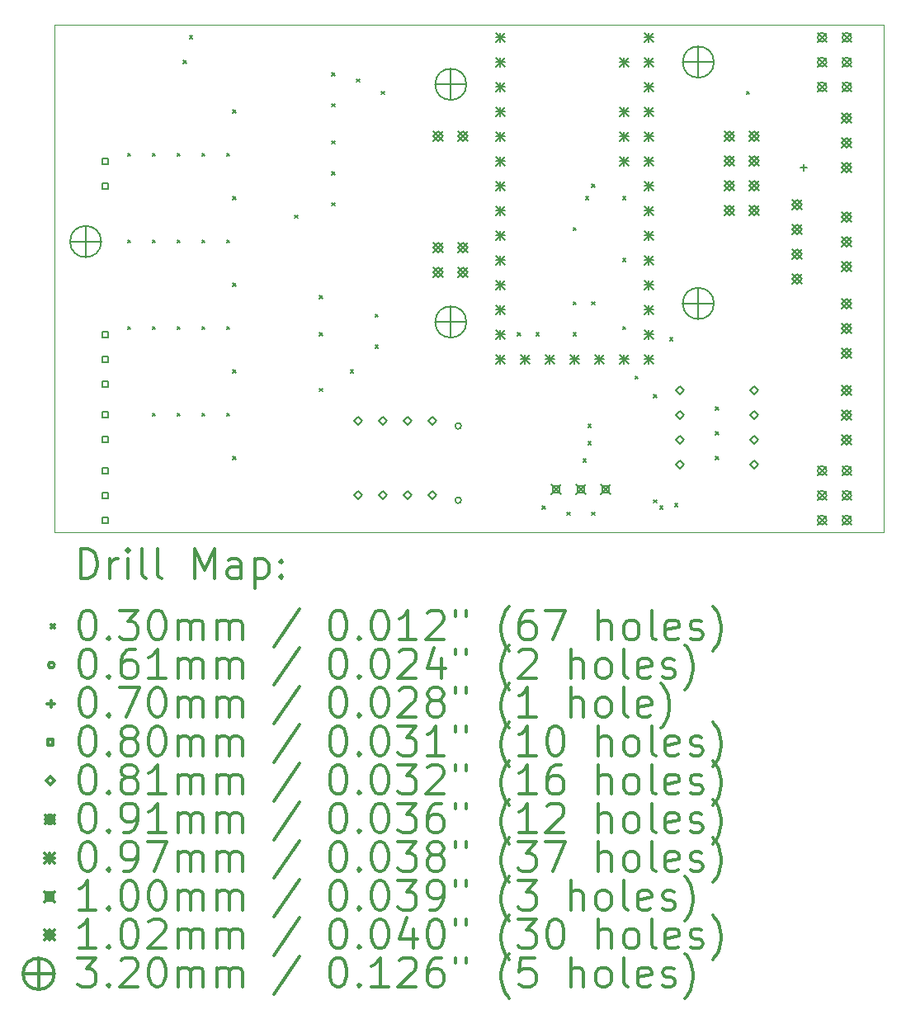
<source format=gbr>
%FSLAX45Y45*%
G04 Gerber Fmt 4.5, Leading zero omitted, Abs format (unit mm)*
G04 Created by KiCad (PCBNEW (2015-01-16 BZR 5376)-product) date 28.03.2015 20:57:18*
%MOMM*%
G01*
G04 APERTURE LIST*
%ADD10C,0.127000*%
%ADD11C,0.100000*%
%ADD12C,0.200000*%
%ADD13C,0.300000*%
G04 APERTURE END LIST*
D10*
D11*
X8890000Y-12573000D02*
X8890000Y-7366000D01*
X17399000Y-12573000D02*
X8890000Y-12573000D01*
X17399000Y-7366000D02*
X17399000Y-12573000D01*
X8890000Y-7366000D02*
X17399000Y-7366000D01*
D12*
X9637000Y-8684500D02*
X9667000Y-8714500D01*
X9667000Y-8684500D02*
X9637000Y-8714500D01*
X9637000Y-9573500D02*
X9667000Y-9603500D01*
X9667000Y-9573500D02*
X9637000Y-9603500D01*
X9637000Y-10462500D02*
X9667000Y-10492500D01*
X9667000Y-10462500D02*
X9637000Y-10492500D01*
X9891000Y-8684500D02*
X9921000Y-8714500D01*
X9921000Y-8684500D02*
X9891000Y-8714500D01*
X9891000Y-9573500D02*
X9921000Y-9603500D01*
X9921000Y-9573500D02*
X9891000Y-9603500D01*
X9891000Y-10462500D02*
X9921000Y-10492500D01*
X9921000Y-10462500D02*
X9891000Y-10492500D01*
X9891000Y-11351500D02*
X9921000Y-11381500D01*
X9921000Y-11351500D02*
X9891000Y-11381500D01*
X10145000Y-8684500D02*
X10175000Y-8714500D01*
X10175000Y-8684500D02*
X10145000Y-8714500D01*
X10145000Y-9573500D02*
X10175000Y-9603500D01*
X10175000Y-9573500D02*
X10145000Y-9603500D01*
X10145000Y-10462500D02*
X10175000Y-10492500D01*
X10175000Y-10462500D02*
X10145000Y-10492500D01*
X10145000Y-11351500D02*
X10175000Y-11381500D01*
X10175000Y-11351500D02*
X10145000Y-11381500D01*
X10208500Y-7732000D02*
X10238500Y-7762000D01*
X10238500Y-7732000D02*
X10208500Y-7762000D01*
X10272000Y-7478000D02*
X10302000Y-7508000D01*
X10302000Y-7478000D02*
X10272000Y-7508000D01*
X10399000Y-8684500D02*
X10429000Y-8714500D01*
X10429000Y-8684500D02*
X10399000Y-8714500D01*
X10399000Y-9573500D02*
X10429000Y-9603500D01*
X10429000Y-9573500D02*
X10399000Y-9603500D01*
X10399000Y-10462500D02*
X10429000Y-10492500D01*
X10429000Y-10462500D02*
X10399000Y-10492500D01*
X10399000Y-11351500D02*
X10429000Y-11381500D01*
X10429000Y-11351500D02*
X10399000Y-11381500D01*
X10653000Y-8684500D02*
X10683000Y-8714500D01*
X10683000Y-8684500D02*
X10653000Y-8714500D01*
X10653000Y-9573500D02*
X10683000Y-9603500D01*
X10683000Y-9573500D02*
X10653000Y-9603500D01*
X10653000Y-10462500D02*
X10683000Y-10492500D01*
X10683000Y-10462500D02*
X10653000Y-10492500D01*
X10653000Y-11351500D02*
X10683000Y-11381500D01*
X10683000Y-11351500D02*
X10653000Y-11381500D01*
X10716500Y-8240000D02*
X10746500Y-8270000D01*
X10746500Y-8240000D02*
X10716500Y-8270000D01*
X10716500Y-9129000D02*
X10746500Y-9159000D01*
X10746500Y-9129000D02*
X10716500Y-9159000D01*
X10716500Y-10018000D02*
X10746500Y-10048000D01*
X10746500Y-10018000D02*
X10716500Y-10048000D01*
X10716500Y-10907000D02*
X10746500Y-10937000D01*
X10746500Y-10907000D02*
X10716500Y-10937000D01*
X10716500Y-11796000D02*
X10746500Y-11826000D01*
X10746500Y-11796000D02*
X10716500Y-11826000D01*
X11351500Y-9319500D02*
X11381500Y-9349500D01*
X11381500Y-9319500D02*
X11351500Y-9349500D01*
X11605500Y-10145000D02*
X11635500Y-10175000D01*
X11635500Y-10145000D02*
X11605500Y-10175000D01*
X11605500Y-10526000D02*
X11635500Y-10556000D01*
X11635500Y-10526000D02*
X11605500Y-10556000D01*
X11605500Y-11097500D02*
X11635500Y-11127500D01*
X11635500Y-11097500D02*
X11605500Y-11127500D01*
X11732500Y-7859000D02*
X11762500Y-7889000D01*
X11762500Y-7859000D02*
X11732500Y-7889000D01*
X11732500Y-8176500D02*
X11762500Y-8206500D01*
X11762500Y-8176500D02*
X11732500Y-8206500D01*
X11732500Y-8557500D02*
X11762500Y-8587500D01*
X11762500Y-8557500D02*
X11732500Y-8587500D01*
X11732500Y-8875000D02*
X11762500Y-8905000D01*
X11762500Y-8875000D02*
X11732500Y-8905000D01*
X11732500Y-9192500D02*
X11762500Y-9222500D01*
X11762500Y-9192500D02*
X11732500Y-9222500D01*
X11923000Y-10907000D02*
X11953000Y-10937000D01*
X11953000Y-10907000D02*
X11923000Y-10937000D01*
X11986500Y-7922500D02*
X12016500Y-7952500D01*
X12016500Y-7922500D02*
X11986500Y-7952500D01*
X12177000Y-10335500D02*
X12207000Y-10365500D01*
X12207000Y-10335500D02*
X12177000Y-10365500D01*
X12177000Y-10653000D02*
X12207000Y-10683000D01*
X12207000Y-10653000D02*
X12177000Y-10683000D01*
X12240500Y-8049500D02*
X12270500Y-8079500D01*
X12270500Y-8049500D02*
X12240500Y-8079500D01*
X13637500Y-10526000D02*
X13667500Y-10556000D01*
X13667500Y-10526000D02*
X13637500Y-10556000D01*
X13828000Y-10526000D02*
X13858000Y-10556000D01*
X13858000Y-10526000D02*
X13828000Y-10556000D01*
X13891500Y-12304000D02*
X13921500Y-12334000D01*
X13921500Y-12304000D02*
X13891500Y-12334000D01*
X14145500Y-12367500D02*
X14175500Y-12397500D01*
X14175500Y-12367500D02*
X14145500Y-12397500D01*
X14209000Y-9446500D02*
X14239000Y-9476500D01*
X14239000Y-9446500D02*
X14209000Y-9476500D01*
X14209000Y-10208500D02*
X14239000Y-10238500D01*
X14239000Y-10208500D02*
X14209000Y-10238500D01*
X14209000Y-10526000D02*
X14239000Y-10556000D01*
X14239000Y-10526000D02*
X14209000Y-10556000D01*
X14310600Y-11821400D02*
X14340600Y-11851400D01*
X14340600Y-11821400D02*
X14310600Y-11851400D01*
X14336000Y-9129000D02*
X14366000Y-9159000D01*
X14366000Y-9129000D02*
X14336000Y-9159000D01*
X14361400Y-11465800D02*
X14391400Y-11495800D01*
X14391400Y-11465800D02*
X14361400Y-11495800D01*
X14361400Y-11643600D02*
X14391400Y-11673600D01*
X14391400Y-11643600D02*
X14361400Y-11673600D01*
X14399500Y-9002000D02*
X14429500Y-9032000D01*
X14429500Y-9002000D02*
X14399500Y-9032000D01*
X14399500Y-10208500D02*
X14429500Y-10238500D01*
X14429500Y-10208500D02*
X14399500Y-10238500D01*
X14399500Y-12367500D02*
X14429500Y-12397500D01*
X14429500Y-12367500D02*
X14399500Y-12397500D01*
X14717000Y-9129000D02*
X14747000Y-9159000D01*
X14747000Y-9129000D02*
X14717000Y-9159000D01*
X14717000Y-9764000D02*
X14747000Y-9794000D01*
X14747000Y-9764000D02*
X14717000Y-9794000D01*
X14717000Y-10462500D02*
X14747000Y-10492500D01*
X14747000Y-10462500D02*
X14717000Y-10492500D01*
X14844000Y-10970500D02*
X14874000Y-11000500D01*
X14874000Y-10970500D02*
X14844000Y-11000500D01*
X15034500Y-11161000D02*
X15064500Y-11191000D01*
X15064500Y-11161000D02*
X15034500Y-11191000D01*
X15034500Y-12240500D02*
X15064500Y-12270500D01*
X15064500Y-12240500D02*
X15034500Y-12270500D01*
X15098000Y-12304000D02*
X15128000Y-12334000D01*
X15128000Y-12304000D02*
X15098000Y-12334000D01*
X15199600Y-10576800D02*
X15229600Y-10606800D01*
X15229600Y-10576800D02*
X15199600Y-10606800D01*
X15250400Y-12278600D02*
X15280400Y-12308600D01*
X15280400Y-12278600D02*
X15250400Y-12308600D01*
X15669500Y-11288000D02*
X15699500Y-11318000D01*
X15699500Y-11288000D02*
X15669500Y-11318000D01*
X15669500Y-11542000D02*
X15699500Y-11572000D01*
X15699500Y-11542000D02*
X15669500Y-11572000D01*
X15669500Y-11796000D02*
X15699500Y-11826000D01*
X15699500Y-11796000D02*
X15669500Y-11826000D01*
X15987000Y-8049500D02*
X16017000Y-8079500D01*
X16017000Y-8049500D02*
X15987000Y-8079500D01*
X13060680Y-11480800D02*
G75*
G03X13060680Y-11480800I-30480J0D01*
G01*
X13060680Y-12242800D02*
G75*
G03X13060680Y-12242800I-30480J0D01*
G01*
X16573500Y-8791500D02*
X16573500Y-8861500D01*
X16538500Y-8826500D02*
X16608500Y-8826500D01*
X9438898Y-8791198D02*
X9438898Y-8734802D01*
X9382502Y-8734802D01*
X9382502Y-8791198D01*
X9438898Y-8791198D01*
X9438898Y-9045198D02*
X9438898Y-8988802D01*
X9382502Y-8988802D01*
X9382502Y-9045198D01*
X9438898Y-9045198D01*
X9438898Y-10569198D02*
X9438898Y-10512802D01*
X9382502Y-10512802D01*
X9382502Y-10569198D01*
X9438898Y-10569198D01*
X9438898Y-10823198D02*
X9438898Y-10766802D01*
X9382502Y-10766802D01*
X9382502Y-10823198D01*
X9438898Y-10823198D01*
X9438898Y-11077198D02*
X9438898Y-11020802D01*
X9382502Y-11020802D01*
X9382502Y-11077198D01*
X9438898Y-11077198D01*
X9438898Y-11394698D02*
X9438898Y-11338302D01*
X9382502Y-11338302D01*
X9382502Y-11394698D01*
X9438898Y-11394698D01*
X9438898Y-11648698D02*
X9438898Y-11592302D01*
X9382502Y-11592302D01*
X9382502Y-11648698D01*
X9438898Y-11648698D01*
X9438898Y-11966198D02*
X9438898Y-11909802D01*
X9382502Y-11909802D01*
X9382502Y-11966198D01*
X9438898Y-11966198D01*
X9438898Y-12220198D02*
X9438898Y-12163802D01*
X9382502Y-12163802D01*
X9382502Y-12220198D01*
X9438898Y-12220198D01*
X9438898Y-12474198D02*
X9438898Y-12417802D01*
X9382502Y-12417802D01*
X9382502Y-12474198D01*
X9438898Y-12474198D01*
X12001500Y-11470640D02*
X12042140Y-11430000D01*
X12001500Y-11389360D01*
X11960860Y-11430000D01*
X12001500Y-11470640D01*
X12001500Y-12232640D02*
X12042140Y-12192000D01*
X12001500Y-12151360D01*
X11960860Y-12192000D01*
X12001500Y-12232640D01*
X12255500Y-11470640D02*
X12296140Y-11430000D01*
X12255500Y-11389360D01*
X12214860Y-11430000D01*
X12255500Y-11470640D01*
X12255500Y-12232640D02*
X12296140Y-12192000D01*
X12255500Y-12151360D01*
X12214860Y-12192000D01*
X12255500Y-12232640D01*
X12509500Y-11470640D02*
X12550140Y-11430000D01*
X12509500Y-11389360D01*
X12468860Y-11430000D01*
X12509500Y-11470640D01*
X12509500Y-12232640D02*
X12550140Y-12192000D01*
X12509500Y-12151360D01*
X12468860Y-12192000D01*
X12509500Y-12232640D01*
X12763500Y-11470640D02*
X12804140Y-11430000D01*
X12763500Y-11389360D01*
X12722860Y-11430000D01*
X12763500Y-11470640D01*
X12763500Y-12232640D02*
X12804140Y-12192000D01*
X12763500Y-12151360D01*
X12722860Y-12192000D01*
X12763500Y-12232640D01*
X15303500Y-11153140D02*
X15344140Y-11112500D01*
X15303500Y-11071860D01*
X15262860Y-11112500D01*
X15303500Y-11153140D01*
X15303500Y-11407140D02*
X15344140Y-11366500D01*
X15303500Y-11325860D01*
X15262860Y-11366500D01*
X15303500Y-11407140D01*
X15303500Y-11661140D02*
X15344140Y-11620500D01*
X15303500Y-11579860D01*
X15262860Y-11620500D01*
X15303500Y-11661140D01*
X15303500Y-11915140D02*
X15344140Y-11874500D01*
X15303500Y-11833860D01*
X15262860Y-11874500D01*
X15303500Y-11915140D01*
X16065500Y-11153140D02*
X16106140Y-11112500D01*
X16065500Y-11071860D01*
X16024860Y-11112500D01*
X16065500Y-11153140D01*
X16065500Y-11407140D02*
X16106140Y-11366500D01*
X16065500Y-11325860D01*
X16024860Y-11366500D01*
X16065500Y-11407140D01*
X16065500Y-11661140D02*
X16106140Y-11620500D01*
X16065500Y-11579860D01*
X16024860Y-11620500D01*
X16065500Y-11661140D01*
X16065500Y-11915140D02*
X16106140Y-11874500D01*
X16065500Y-11833860D01*
X16024860Y-11874500D01*
X16065500Y-11915140D01*
X16718280Y-7447280D02*
X16809720Y-7538720D01*
X16809720Y-7447280D02*
X16718280Y-7538720D01*
X16809720Y-7493000D02*
G75*
G03X16809720Y-7493000I-45720J0D01*
G01*
X16718280Y-7701280D02*
X16809720Y-7792720D01*
X16809720Y-7701280D02*
X16718280Y-7792720D01*
X16809720Y-7747000D02*
G75*
G03X16809720Y-7747000I-45720J0D01*
G01*
X16718280Y-7955280D02*
X16809720Y-8046720D01*
X16809720Y-7955280D02*
X16718280Y-8046720D01*
X16809720Y-8001000D02*
G75*
G03X16809720Y-8001000I-45720J0D01*
G01*
X16718280Y-11892280D02*
X16809720Y-11983720D01*
X16809720Y-11892280D02*
X16718280Y-11983720D01*
X16809720Y-11938000D02*
G75*
G03X16809720Y-11938000I-45720J0D01*
G01*
X16718280Y-12146280D02*
X16809720Y-12237720D01*
X16809720Y-12146280D02*
X16718280Y-12237720D01*
X16809720Y-12192000D02*
G75*
G03X16809720Y-12192000I-45720J0D01*
G01*
X16718280Y-12400280D02*
X16809720Y-12491720D01*
X16809720Y-12400280D02*
X16718280Y-12491720D01*
X16809720Y-12446000D02*
G75*
G03X16809720Y-12446000I-45720J0D01*
G01*
X16972280Y-7447280D02*
X17063720Y-7538720D01*
X17063720Y-7447280D02*
X16972280Y-7538720D01*
X17063720Y-7493000D02*
G75*
G03X17063720Y-7493000I-45720J0D01*
G01*
X16972280Y-7701280D02*
X17063720Y-7792720D01*
X17063720Y-7701280D02*
X16972280Y-7792720D01*
X17063720Y-7747000D02*
G75*
G03X17063720Y-7747000I-45720J0D01*
G01*
X16972280Y-7955280D02*
X17063720Y-8046720D01*
X17063720Y-7955280D02*
X16972280Y-8046720D01*
X17063720Y-8001000D02*
G75*
G03X17063720Y-8001000I-45720J0D01*
G01*
X16972280Y-11892280D02*
X17063720Y-11983720D01*
X17063720Y-11892280D02*
X16972280Y-11983720D01*
X17063720Y-11938000D02*
G75*
G03X17063720Y-11938000I-45720J0D01*
G01*
X16972280Y-12146280D02*
X17063720Y-12237720D01*
X17063720Y-12146280D02*
X16972280Y-12237720D01*
X17063720Y-12192000D02*
G75*
G03X17063720Y-12192000I-45720J0D01*
G01*
X16972280Y-12400280D02*
X17063720Y-12491720D01*
X17063720Y-12400280D02*
X16972280Y-12491720D01*
X17063720Y-12446000D02*
G75*
G03X17063720Y-12446000I-45720J0D01*
G01*
X13413740Y-7444740D02*
X13510260Y-7541260D01*
X13510260Y-7444740D02*
X13413740Y-7541260D01*
X13462000Y-7444740D02*
X13462000Y-7541260D01*
X13413740Y-7493000D02*
X13510260Y-7493000D01*
X13413740Y-7698740D02*
X13510260Y-7795260D01*
X13510260Y-7698740D02*
X13413740Y-7795260D01*
X13462000Y-7698740D02*
X13462000Y-7795260D01*
X13413740Y-7747000D02*
X13510260Y-7747000D01*
X13413740Y-7952740D02*
X13510260Y-8049260D01*
X13510260Y-7952740D02*
X13413740Y-8049260D01*
X13462000Y-7952740D02*
X13462000Y-8049260D01*
X13413740Y-8001000D02*
X13510260Y-8001000D01*
X13413740Y-8206740D02*
X13510260Y-8303260D01*
X13510260Y-8206740D02*
X13413740Y-8303260D01*
X13462000Y-8206740D02*
X13462000Y-8303260D01*
X13413740Y-8255000D02*
X13510260Y-8255000D01*
X13413740Y-8460740D02*
X13510260Y-8557260D01*
X13510260Y-8460740D02*
X13413740Y-8557260D01*
X13462000Y-8460740D02*
X13462000Y-8557260D01*
X13413740Y-8509000D02*
X13510260Y-8509000D01*
X13413740Y-8714740D02*
X13510260Y-8811260D01*
X13510260Y-8714740D02*
X13413740Y-8811260D01*
X13462000Y-8714740D02*
X13462000Y-8811260D01*
X13413740Y-8763000D02*
X13510260Y-8763000D01*
X13413740Y-8968740D02*
X13510260Y-9065260D01*
X13510260Y-8968740D02*
X13413740Y-9065260D01*
X13462000Y-8968740D02*
X13462000Y-9065260D01*
X13413740Y-9017000D02*
X13510260Y-9017000D01*
X13413740Y-9222740D02*
X13510260Y-9319260D01*
X13510260Y-9222740D02*
X13413740Y-9319260D01*
X13462000Y-9222740D02*
X13462000Y-9319260D01*
X13413740Y-9271000D02*
X13510260Y-9271000D01*
X13413740Y-9476740D02*
X13510260Y-9573260D01*
X13510260Y-9476740D02*
X13413740Y-9573260D01*
X13462000Y-9476740D02*
X13462000Y-9573260D01*
X13413740Y-9525000D02*
X13510260Y-9525000D01*
X13413740Y-9730740D02*
X13510260Y-9827260D01*
X13510260Y-9730740D02*
X13413740Y-9827260D01*
X13462000Y-9730740D02*
X13462000Y-9827260D01*
X13413740Y-9779000D02*
X13510260Y-9779000D01*
X13413740Y-9984740D02*
X13510260Y-10081260D01*
X13510260Y-9984740D02*
X13413740Y-10081260D01*
X13462000Y-9984740D02*
X13462000Y-10081260D01*
X13413740Y-10033000D02*
X13510260Y-10033000D01*
X13413740Y-10238740D02*
X13510260Y-10335260D01*
X13510260Y-10238740D02*
X13413740Y-10335260D01*
X13462000Y-10238740D02*
X13462000Y-10335260D01*
X13413740Y-10287000D02*
X13510260Y-10287000D01*
X13413740Y-10492740D02*
X13510260Y-10589260D01*
X13510260Y-10492740D02*
X13413740Y-10589260D01*
X13462000Y-10492740D02*
X13462000Y-10589260D01*
X13413740Y-10541000D02*
X13510260Y-10541000D01*
X13413740Y-10746740D02*
X13510260Y-10843260D01*
X13510260Y-10746740D02*
X13413740Y-10843260D01*
X13462000Y-10746740D02*
X13462000Y-10843260D01*
X13413740Y-10795000D02*
X13510260Y-10795000D01*
X13667740Y-10746740D02*
X13764260Y-10843260D01*
X13764260Y-10746740D02*
X13667740Y-10843260D01*
X13716000Y-10746740D02*
X13716000Y-10843260D01*
X13667740Y-10795000D02*
X13764260Y-10795000D01*
X13921740Y-10746740D02*
X14018260Y-10843260D01*
X14018260Y-10746740D02*
X13921740Y-10843260D01*
X13970000Y-10746740D02*
X13970000Y-10843260D01*
X13921740Y-10795000D02*
X14018260Y-10795000D01*
X14175740Y-10746740D02*
X14272260Y-10843260D01*
X14272260Y-10746740D02*
X14175740Y-10843260D01*
X14224000Y-10746740D02*
X14224000Y-10843260D01*
X14175740Y-10795000D02*
X14272260Y-10795000D01*
X14429740Y-10746740D02*
X14526260Y-10843260D01*
X14526260Y-10746740D02*
X14429740Y-10843260D01*
X14478000Y-10746740D02*
X14478000Y-10843260D01*
X14429740Y-10795000D02*
X14526260Y-10795000D01*
X14683740Y-7698740D02*
X14780260Y-7795260D01*
X14780260Y-7698740D02*
X14683740Y-7795260D01*
X14732000Y-7698740D02*
X14732000Y-7795260D01*
X14683740Y-7747000D02*
X14780260Y-7747000D01*
X14683740Y-8206740D02*
X14780260Y-8303260D01*
X14780260Y-8206740D02*
X14683740Y-8303260D01*
X14732000Y-8206740D02*
X14732000Y-8303260D01*
X14683740Y-8255000D02*
X14780260Y-8255000D01*
X14683740Y-8460740D02*
X14780260Y-8557260D01*
X14780260Y-8460740D02*
X14683740Y-8557260D01*
X14732000Y-8460740D02*
X14732000Y-8557260D01*
X14683740Y-8509000D02*
X14780260Y-8509000D01*
X14683740Y-8714740D02*
X14780260Y-8811260D01*
X14780260Y-8714740D02*
X14683740Y-8811260D01*
X14732000Y-8714740D02*
X14732000Y-8811260D01*
X14683740Y-8763000D02*
X14780260Y-8763000D01*
X14683740Y-10746740D02*
X14780260Y-10843260D01*
X14780260Y-10746740D02*
X14683740Y-10843260D01*
X14732000Y-10746740D02*
X14732000Y-10843260D01*
X14683740Y-10795000D02*
X14780260Y-10795000D01*
X14937740Y-7444740D02*
X15034260Y-7541260D01*
X15034260Y-7444740D02*
X14937740Y-7541260D01*
X14986000Y-7444740D02*
X14986000Y-7541260D01*
X14937740Y-7493000D02*
X15034260Y-7493000D01*
X14937740Y-7698740D02*
X15034260Y-7795260D01*
X15034260Y-7698740D02*
X14937740Y-7795260D01*
X14986000Y-7698740D02*
X14986000Y-7795260D01*
X14937740Y-7747000D02*
X15034260Y-7747000D01*
X14937740Y-7952740D02*
X15034260Y-8049260D01*
X15034260Y-7952740D02*
X14937740Y-8049260D01*
X14986000Y-7952740D02*
X14986000Y-8049260D01*
X14937740Y-8001000D02*
X15034260Y-8001000D01*
X14937740Y-8206740D02*
X15034260Y-8303260D01*
X15034260Y-8206740D02*
X14937740Y-8303260D01*
X14986000Y-8206740D02*
X14986000Y-8303260D01*
X14937740Y-8255000D02*
X15034260Y-8255000D01*
X14937740Y-8460740D02*
X15034260Y-8557260D01*
X15034260Y-8460740D02*
X14937740Y-8557260D01*
X14986000Y-8460740D02*
X14986000Y-8557260D01*
X14937740Y-8509000D02*
X15034260Y-8509000D01*
X14937740Y-8714740D02*
X15034260Y-8811260D01*
X15034260Y-8714740D02*
X14937740Y-8811260D01*
X14986000Y-8714740D02*
X14986000Y-8811260D01*
X14937740Y-8763000D02*
X15034260Y-8763000D01*
X14937740Y-8968740D02*
X15034260Y-9065260D01*
X15034260Y-8968740D02*
X14937740Y-9065260D01*
X14986000Y-8968740D02*
X14986000Y-9065260D01*
X14937740Y-9017000D02*
X15034260Y-9017000D01*
X14937740Y-9222740D02*
X15034260Y-9319260D01*
X15034260Y-9222740D02*
X14937740Y-9319260D01*
X14986000Y-9222740D02*
X14986000Y-9319260D01*
X14937740Y-9271000D02*
X15034260Y-9271000D01*
X14937740Y-9476740D02*
X15034260Y-9573260D01*
X15034260Y-9476740D02*
X14937740Y-9573260D01*
X14986000Y-9476740D02*
X14986000Y-9573260D01*
X14937740Y-9525000D02*
X15034260Y-9525000D01*
X14937740Y-9730740D02*
X15034260Y-9827260D01*
X15034260Y-9730740D02*
X14937740Y-9827260D01*
X14986000Y-9730740D02*
X14986000Y-9827260D01*
X14937740Y-9779000D02*
X15034260Y-9779000D01*
X14937740Y-9984740D02*
X15034260Y-10081260D01*
X15034260Y-9984740D02*
X14937740Y-10081260D01*
X14986000Y-9984740D02*
X14986000Y-10081260D01*
X14937740Y-10033000D02*
X15034260Y-10033000D01*
X14937740Y-10238740D02*
X15034260Y-10335260D01*
X15034260Y-10238740D02*
X14937740Y-10335260D01*
X14986000Y-10238740D02*
X14986000Y-10335260D01*
X14937740Y-10287000D02*
X15034260Y-10287000D01*
X14937740Y-10492740D02*
X15034260Y-10589260D01*
X15034260Y-10492740D02*
X14937740Y-10589260D01*
X14986000Y-10492740D02*
X14986000Y-10589260D01*
X14937740Y-10541000D02*
X15034260Y-10541000D01*
X14937740Y-10746740D02*
X15034260Y-10843260D01*
X15034260Y-10746740D02*
X14937740Y-10843260D01*
X14986000Y-10746740D02*
X14986000Y-10843260D01*
X14937740Y-10795000D02*
X15034260Y-10795000D01*
X13983500Y-12078500D02*
X14083500Y-12178500D01*
X14083500Y-12078500D02*
X13983500Y-12178500D01*
X14068856Y-12163856D02*
X14068856Y-12093144D01*
X13998144Y-12093144D01*
X13998144Y-12163856D01*
X14068856Y-12163856D01*
X14237500Y-12078500D02*
X14337500Y-12178500D01*
X14337500Y-12078500D02*
X14237500Y-12178500D01*
X14322856Y-12163856D02*
X14322856Y-12093144D01*
X14252144Y-12093144D01*
X14252144Y-12163856D01*
X14322856Y-12163856D01*
X14491500Y-12078500D02*
X14591500Y-12178500D01*
X14591500Y-12078500D02*
X14491500Y-12178500D01*
X14576856Y-12163856D02*
X14576856Y-12093144D01*
X14506144Y-12093144D01*
X14506144Y-12163856D01*
X14576856Y-12163856D01*
X12776200Y-8458200D02*
X12877800Y-8559800D01*
X12877800Y-8458200D02*
X12776200Y-8559800D01*
X12827000Y-8559800D02*
X12877800Y-8509000D01*
X12827000Y-8458200D01*
X12776200Y-8509000D01*
X12827000Y-8559800D01*
X12776200Y-9601200D02*
X12877800Y-9702800D01*
X12877800Y-9601200D02*
X12776200Y-9702800D01*
X12827000Y-9702800D02*
X12877800Y-9652000D01*
X12827000Y-9601200D01*
X12776200Y-9652000D01*
X12827000Y-9702800D01*
X12776200Y-9855200D02*
X12877800Y-9956800D01*
X12877800Y-9855200D02*
X12776200Y-9956800D01*
X12827000Y-9956800D02*
X12877800Y-9906000D01*
X12827000Y-9855200D01*
X12776200Y-9906000D01*
X12827000Y-9956800D01*
X13030200Y-8458200D02*
X13131800Y-8559800D01*
X13131800Y-8458200D02*
X13030200Y-8559800D01*
X13081000Y-8559800D02*
X13131800Y-8509000D01*
X13081000Y-8458200D01*
X13030200Y-8509000D01*
X13081000Y-8559800D01*
X13030200Y-9601200D02*
X13131800Y-9702800D01*
X13131800Y-9601200D02*
X13030200Y-9702800D01*
X13081000Y-9702800D02*
X13131800Y-9652000D01*
X13081000Y-9601200D01*
X13030200Y-9652000D01*
X13081000Y-9702800D01*
X13030200Y-9855200D02*
X13131800Y-9956800D01*
X13131800Y-9855200D02*
X13030200Y-9956800D01*
X13081000Y-9956800D02*
X13131800Y-9906000D01*
X13081000Y-9855200D01*
X13030200Y-9906000D01*
X13081000Y-9956800D01*
X15760700Y-8458200D02*
X15862300Y-8559800D01*
X15862300Y-8458200D02*
X15760700Y-8559800D01*
X15811500Y-8559800D02*
X15862300Y-8509000D01*
X15811500Y-8458200D01*
X15760700Y-8509000D01*
X15811500Y-8559800D01*
X15760700Y-8712200D02*
X15862300Y-8813800D01*
X15862300Y-8712200D02*
X15760700Y-8813800D01*
X15811500Y-8813800D02*
X15862300Y-8763000D01*
X15811500Y-8712200D01*
X15760700Y-8763000D01*
X15811500Y-8813800D01*
X15760700Y-8966200D02*
X15862300Y-9067800D01*
X15862300Y-8966200D02*
X15760700Y-9067800D01*
X15811500Y-9067800D02*
X15862300Y-9017000D01*
X15811500Y-8966200D01*
X15760700Y-9017000D01*
X15811500Y-9067800D01*
X15760700Y-9220200D02*
X15862300Y-9321800D01*
X15862300Y-9220200D02*
X15760700Y-9321800D01*
X15811500Y-9321800D02*
X15862300Y-9271000D01*
X15811500Y-9220200D01*
X15760700Y-9271000D01*
X15811500Y-9321800D01*
X16014700Y-8458200D02*
X16116300Y-8559800D01*
X16116300Y-8458200D02*
X16014700Y-8559800D01*
X16065500Y-8559800D02*
X16116300Y-8509000D01*
X16065500Y-8458200D01*
X16014700Y-8509000D01*
X16065500Y-8559800D01*
X16014700Y-8712200D02*
X16116300Y-8813800D01*
X16116300Y-8712200D02*
X16014700Y-8813800D01*
X16065500Y-8813800D02*
X16116300Y-8763000D01*
X16065500Y-8712200D01*
X16014700Y-8763000D01*
X16065500Y-8813800D01*
X16014700Y-8966200D02*
X16116300Y-9067800D01*
X16116300Y-8966200D02*
X16014700Y-9067800D01*
X16065500Y-9067800D02*
X16116300Y-9017000D01*
X16065500Y-8966200D01*
X16014700Y-9017000D01*
X16065500Y-9067800D01*
X16014700Y-9220200D02*
X16116300Y-9321800D01*
X16116300Y-9220200D02*
X16014700Y-9321800D01*
X16065500Y-9321800D02*
X16116300Y-9271000D01*
X16065500Y-9220200D01*
X16014700Y-9271000D01*
X16065500Y-9321800D01*
X16459200Y-9156700D02*
X16560800Y-9258300D01*
X16560800Y-9156700D02*
X16459200Y-9258300D01*
X16510000Y-9258300D02*
X16560800Y-9207500D01*
X16510000Y-9156700D01*
X16459200Y-9207500D01*
X16510000Y-9258300D01*
X16459200Y-9410700D02*
X16560800Y-9512300D01*
X16560800Y-9410700D02*
X16459200Y-9512300D01*
X16510000Y-9512300D02*
X16560800Y-9461500D01*
X16510000Y-9410700D01*
X16459200Y-9461500D01*
X16510000Y-9512300D01*
X16459200Y-9664700D02*
X16560800Y-9766300D01*
X16560800Y-9664700D02*
X16459200Y-9766300D01*
X16510000Y-9766300D02*
X16560800Y-9715500D01*
X16510000Y-9664700D01*
X16459200Y-9715500D01*
X16510000Y-9766300D01*
X16459200Y-9918700D02*
X16560800Y-10020300D01*
X16560800Y-9918700D02*
X16459200Y-10020300D01*
X16510000Y-10020300D02*
X16560800Y-9969500D01*
X16510000Y-9918700D01*
X16459200Y-9969500D01*
X16510000Y-10020300D01*
X16967200Y-8267700D02*
X17068800Y-8369300D01*
X17068800Y-8267700D02*
X16967200Y-8369300D01*
X17018000Y-8369300D02*
X17068800Y-8318500D01*
X17018000Y-8267700D01*
X16967200Y-8318500D01*
X17018000Y-8369300D01*
X16967200Y-8521700D02*
X17068800Y-8623300D01*
X17068800Y-8521700D02*
X16967200Y-8623300D01*
X17018000Y-8623300D02*
X17068800Y-8572500D01*
X17018000Y-8521700D01*
X16967200Y-8572500D01*
X17018000Y-8623300D01*
X16967200Y-8775700D02*
X17068800Y-8877300D01*
X17068800Y-8775700D02*
X16967200Y-8877300D01*
X17018000Y-8877300D02*
X17068800Y-8826500D01*
X17018000Y-8775700D01*
X16967200Y-8826500D01*
X17018000Y-8877300D01*
X16967200Y-9283700D02*
X17068800Y-9385300D01*
X17068800Y-9283700D02*
X16967200Y-9385300D01*
X17018000Y-9385300D02*
X17068800Y-9334500D01*
X17018000Y-9283700D01*
X16967200Y-9334500D01*
X17018000Y-9385300D01*
X16967200Y-9537700D02*
X17068800Y-9639300D01*
X17068800Y-9537700D02*
X16967200Y-9639300D01*
X17018000Y-9639300D02*
X17068800Y-9588500D01*
X17018000Y-9537700D01*
X16967200Y-9588500D01*
X17018000Y-9639300D01*
X16967200Y-9791700D02*
X17068800Y-9893300D01*
X17068800Y-9791700D02*
X16967200Y-9893300D01*
X17018000Y-9893300D02*
X17068800Y-9842500D01*
X17018000Y-9791700D01*
X16967200Y-9842500D01*
X17018000Y-9893300D01*
X16967200Y-10172700D02*
X17068800Y-10274300D01*
X17068800Y-10172700D02*
X16967200Y-10274300D01*
X17018000Y-10274300D02*
X17068800Y-10223500D01*
X17018000Y-10172700D01*
X16967200Y-10223500D01*
X17018000Y-10274300D01*
X16967200Y-10426700D02*
X17068800Y-10528300D01*
X17068800Y-10426700D02*
X16967200Y-10528300D01*
X17018000Y-10528300D02*
X17068800Y-10477500D01*
X17018000Y-10426700D01*
X16967200Y-10477500D01*
X17018000Y-10528300D01*
X16967200Y-10680700D02*
X17068800Y-10782300D01*
X17068800Y-10680700D02*
X16967200Y-10782300D01*
X17018000Y-10782300D02*
X17068800Y-10731500D01*
X17018000Y-10680700D01*
X16967200Y-10731500D01*
X17018000Y-10782300D01*
X16967200Y-11061700D02*
X17068800Y-11163300D01*
X17068800Y-11061700D02*
X16967200Y-11163300D01*
X17018000Y-11163300D02*
X17068800Y-11112500D01*
X17018000Y-11061700D01*
X16967200Y-11112500D01*
X17018000Y-11163300D01*
X16967200Y-11315700D02*
X17068800Y-11417300D01*
X17068800Y-11315700D02*
X16967200Y-11417300D01*
X17018000Y-11417300D02*
X17068800Y-11366500D01*
X17018000Y-11315700D01*
X16967200Y-11366500D01*
X17018000Y-11417300D01*
X16967200Y-11569700D02*
X17068800Y-11671300D01*
X17068800Y-11569700D02*
X16967200Y-11671300D01*
X17018000Y-11671300D02*
X17068800Y-11620500D01*
X17018000Y-11569700D01*
X16967200Y-11620500D01*
X17018000Y-11671300D01*
X9207500Y-9428500D02*
X9207500Y-9748500D01*
X9047500Y-9588500D02*
X9367500Y-9588500D01*
X9367500Y-9588500D02*
G75*
G03X9367500Y-9588500I-160000J0D01*
G01*
X12954000Y-7815600D02*
X12954000Y-8135600D01*
X12794000Y-7975600D02*
X13114000Y-7975600D01*
X13114000Y-7975600D02*
G75*
G03X13114000Y-7975600I-160000J0D01*
G01*
X12954000Y-10254000D02*
X12954000Y-10574000D01*
X12794000Y-10414000D02*
X13114000Y-10414000D01*
X13114000Y-10414000D02*
G75*
G03X13114000Y-10414000I-160000J0D01*
G01*
X15494000Y-7587000D02*
X15494000Y-7907000D01*
X15334000Y-7747000D02*
X15654000Y-7747000D01*
X15654000Y-7747000D02*
G75*
G03X15654000Y-7747000I-160000J0D01*
G01*
X15494000Y-10063500D02*
X15494000Y-10383500D01*
X15334000Y-10223500D02*
X15654000Y-10223500D01*
X15654000Y-10223500D02*
G75*
G03X15654000Y-10223500I-160000J0D01*
G01*
D13*
X9156429Y-13043714D02*
X9156429Y-12743714D01*
X9227857Y-12743714D01*
X9270714Y-12758000D01*
X9299286Y-12786571D01*
X9313571Y-12815143D01*
X9327857Y-12872286D01*
X9327857Y-12915143D01*
X9313571Y-12972286D01*
X9299286Y-13000857D01*
X9270714Y-13029429D01*
X9227857Y-13043714D01*
X9156429Y-13043714D01*
X9456429Y-13043714D02*
X9456429Y-12843714D01*
X9456429Y-12900857D02*
X9470714Y-12872286D01*
X9485000Y-12858000D01*
X9513571Y-12843714D01*
X9542143Y-12843714D01*
X9642143Y-13043714D02*
X9642143Y-12843714D01*
X9642143Y-12743714D02*
X9627857Y-12758000D01*
X9642143Y-12772286D01*
X9656429Y-12758000D01*
X9642143Y-12743714D01*
X9642143Y-12772286D01*
X9827857Y-13043714D02*
X9799286Y-13029429D01*
X9785000Y-13000857D01*
X9785000Y-12743714D01*
X9985000Y-13043714D02*
X9956429Y-13029429D01*
X9942143Y-13000857D01*
X9942143Y-12743714D01*
X10327857Y-13043714D02*
X10327857Y-12743714D01*
X10427857Y-12958000D01*
X10527857Y-12743714D01*
X10527857Y-13043714D01*
X10799286Y-13043714D02*
X10799286Y-12886571D01*
X10785000Y-12858000D01*
X10756429Y-12843714D01*
X10699286Y-12843714D01*
X10670714Y-12858000D01*
X10799286Y-13029429D02*
X10770714Y-13043714D01*
X10699286Y-13043714D01*
X10670714Y-13029429D01*
X10656429Y-13000857D01*
X10656429Y-12972286D01*
X10670714Y-12943714D01*
X10699286Y-12929429D01*
X10770714Y-12929429D01*
X10799286Y-12915143D01*
X10942143Y-12843714D02*
X10942143Y-13143714D01*
X10942143Y-12858000D02*
X10970714Y-12843714D01*
X11027857Y-12843714D01*
X11056429Y-12858000D01*
X11070714Y-12872286D01*
X11085000Y-12900857D01*
X11085000Y-12986571D01*
X11070714Y-13015143D01*
X11056429Y-13029429D01*
X11027857Y-13043714D01*
X10970714Y-13043714D01*
X10942143Y-13029429D01*
X11213571Y-13015143D02*
X11227857Y-13029429D01*
X11213571Y-13043714D01*
X11199286Y-13029429D01*
X11213571Y-13015143D01*
X11213571Y-13043714D01*
X11213571Y-12858000D02*
X11227857Y-12872286D01*
X11213571Y-12886571D01*
X11199286Y-12872286D01*
X11213571Y-12858000D01*
X11213571Y-12886571D01*
X8855000Y-13523000D02*
X8885000Y-13553000D01*
X8885000Y-13523000D02*
X8855000Y-13553000D01*
X9213571Y-13373714D02*
X9242143Y-13373714D01*
X9270714Y-13388000D01*
X9285000Y-13402286D01*
X9299286Y-13430857D01*
X9313571Y-13488000D01*
X9313571Y-13559429D01*
X9299286Y-13616571D01*
X9285000Y-13645143D01*
X9270714Y-13659429D01*
X9242143Y-13673714D01*
X9213571Y-13673714D01*
X9185000Y-13659429D01*
X9170714Y-13645143D01*
X9156429Y-13616571D01*
X9142143Y-13559429D01*
X9142143Y-13488000D01*
X9156429Y-13430857D01*
X9170714Y-13402286D01*
X9185000Y-13388000D01*
X9213571Y-13373714D01*
X9442143Y-13645143D02*
X9456429Y-13659429D01*
X9442143Y-13673714D01*
X9427857Y-13659429D01*
X9442143Y-13645143D01*
X9442143Y-13673714D01*
X9556428Y-13373714D02*
X9742143Y-13373714D01*
X9642143Y-13488000D01*
X9685000Y-13488000D01*
X9713571Y-13502286D01*
X9727857Y-13516571D01*
X9742143Y-13545143D01*
X9742143Y-13616571D01*
X9727857Y-13645143D01*
X9713571Y-13659429D01*
X9685000Y-13673714D01*
X9599286Y-13673714D01*
X9570714Y-13659429D01*
X9556428Y-13645143D01*
X9927857Y-13373714D02*
X9956429Y-13373714D01*
X9985000Y-13388000D01*
X9999286Y-13402286D01*
X10013571Y-13430857D01*
X10027857Y-13488000D01*
X10027857Y-13559429D01*
X10013571Y-13616571D01*
X9999286Y-13645143D01*
X9985000Y-13659429D01*
X9956429Y-13673714D01*
X9927857Y-13673714D01*
X9899286Y-13659429D01*
X9885000Y-13645143D01*
X9870714Y-13616571D01*
X9856429Y-13559429D01*
X9856429Y-13488000D01*
X9870714Y-13430857D01*
X9885000Y-13402286D01*
X9899286Y-13388000D01*
X9927857Y-13373714D01*
X10156429Y-13673714D02*
X10156429Y-13473714D01*
X10156429Y-13502286D02*
X10170714Y-13488000D01*
X10199286Y-13473714D01*
X10242143Y-13473714D01*
X10270714Y-13488000D01*
X10285000Y-13516571D01*
X10285000Y-13673714D01*
X10285000Y-13516571D02*
X10299286Y-13488000D01*
X10327857Y-13473714D01*
X10370714Y-13473714D01*
X10399286Y-13488000D01*
X10413571Y-13516571D01*
X10413571Y-13673714D01*
X10556429Y-13673714D02*
X10556429Y-13473714D01*
X10556429Y-13502286D02*
X10570714Y-13488000D01*
X10599286Y-13473714D01*
X10642143Y-13473714D01*
X10670714Y-13488000D01*
X10685000Y-13516571D01*
X10685000Y-13673714D01*
X10685000Y-13516571D02*
X10699286Y-13488000D01*
X10727857Y-13473714D01*
X10770714Y-13473714D01*
X10799286Y-13488000D01*
X10813571Y-13516571D01*
X10813571Y-13673714D01*
X11399286Y-13359429D02*
X11142143Y-13745143D01*
X11785000Y-13373714D02*
X11813571Y-13373714D01*
X11842143Y-13388000D01*
X11856428Y-13402286D01*
X11870714Y-13430857D01*
X11885000Y-13488000D01*
X11885000Y-13559429D01*
X11870714Y-13616571D01*
X11856428Y-13645143D01*
X11842143Y-13659429D01*
X11813571Y-13673714D01*
X11785000Y-13673714D01*
X11756428Y-13659429D01*
X11742143Y-13645143D01*
X11727857Y-13616571D01*
X11713571Y-13559429D01*
X11713571Y-13488000D01*
X11727857Y-13430857D01*
X11742143Y-13402286D01*
X11756428Y-13388000D01*
X11785000Y-13373714D01*
X12013571Y-13645143D02*
X12027857Y-13659429D01*
X12013571Y-13673714D01*
X11999286Y-13659429D01*
X12013571Y-13645143D01*
X12013571Y-13673714D01*
X12213571Y-13373714D02*
X12242143Y-13373714D01*
X12270714Y-13388000D01*
X12285000Y-13402286D01*
X12299285Y-13430857D01*
X12313571Y-13488000D01*
X12313571Y-13559429D01*
X12299285Y-13616571D01*
X12285000Y-13645143D01*
X12270714Y-13659429D01*
X12242143Y-13673714D01*
X12213571Y-13673714D01*
X12185000Y-13659429D01*
X12170714Y-13645143D01*
X12156428Y-13616571D01*
X12142143Y-13559429D01*
X12142143Y-13488000D01*
X12156428Y-13430857D01*
X12170714Y-13402286D01*
X12185000Y-13388000D01*
X12213571Y-13373714D01*
X12599285Y-13673714D02*
X12427857Y-13673714D01*
X12513571Y-13673714D02*
X12513571Y-13373714D01*
X12485000Y-13416571D01*
X12456428Y-13445143D01*
X12427857Y-13459429D01*
X12713571Y-13402286D02*
X12727857Y-13388000D01*
X12756428Y-13373714D01*
X12827857Y-13373714D01*
X12856428Y-13388000D01*
X12870714Y-13402286D01*
X12885000Y-13430857D01*
X12885000Y-13459429D01*
X12870714Y-13502286D01*
X12699285Y-13673714D01*
X12885000Y-13673714D01*
X12999286Y-13373714D02*
X12999286Y-13430857D01*
X13113571Y-13373714D02*
X13113571Y-13430857D01*
X13556428Y-13788000D02*
X13542143Y-13773714D01*
X13513571Y-13730857D01*
X13499285Y-13702286D01*
X13485000Y-13659429D01*
X13470714Y-13588000D01*
X13470714Y-13530857D01*
X13485000Y-13459429D01*
X13499285Y-13416571D01*
X13513571Y-13388000D01*
X13542143Y-13345143D01*
X13556428Y-13330857D01*
X13799285Y-13373714D02*
X13742143Y-13373714D01*
X13713571Y-13388000D01*
X13699285Y-13402286D01*
X13670714Y-13445143D01*
X13656428Y-13502286D01*
X13656428Y-13616571D01*
X13670714Y-13645143D01*
X13685000Y-13659429D01*
X13713571Y-13673714D01*
X13770714Y-13673714D01*
X13799285Y-13659429D01*
X13813571Y-13645143D01*
X13827857Y-13616571D01*
X13827857Y-13545143D01*
X13813571Y-13516571D01*
X13799285Y-13502286D01*
X13770714Y-13488000D01*
X13713571Y-13488000D01*
X13685000Y-13502286D01*
X13670714Y-13516571D01*
X13656428Y-13545143D01*
X13927857Y-13373714D02*
X14127857Y-13373714D01*
X13999285Y-13673714D01*
X14470714Y-13673714D02*
X14470714Y-13373714D01*
X14599285Y-13673714D02*
X14599285Y-13516571D01*
X14585000Y-13488000D01*
X14556428Y-13473714D01*
X14513571Y-13473714D01*
X14485000Y-13488000D01*
X14470714Y-13502286D01*
X14785000Y-13673714D02*
X14756428Y-13659429D01*
X14742143Y-13645143D01*
X14727857Y-13616571D01*
X14727857Y-13530857D01*
X14742143Y-13502286D01*
X14756428Y-13488000D01*
X14785000Y-13473714D01*
X14827857Y-13473714D01*
X14856428Y-13488000D01*
X14870714Y-13502286D01*
X14885000Y-13530857D01*
X14885000Y-13616571D01*
X14870714Y-13645143D01*
X14856428Y-13659429D01*
X14827857Y-13673714D01*
X14785000Y-13673714D01*
X15056428Y-13673714D02*
X15027857Y-13659429D01*
X15013571Y-13630857D01*
X15013571Y-13373714D01*
X15285000Y-13659429D02*
X15256428Y-13673714D01*
X15199286Y-13673714D01*
X15170714Y-13659429D01*
X15156428Y-13630857D01*
X15156428Y-13516571D01*
X15170714Y-13488000D01*
X15199286Y-13473714D01*
X15256428Y-13473714D01*
X15285000Y-13488000D01*
X15299286Y-13516571D01*
X15299286Y-13545143D01*
X15156428Y-13573714D01*
X15413571Y-13659429D02*
X15442143Y-13673714D01*
X15499286Y-13673714D01*
X15527857Y-13659429D01*
X15542143Y-13630857D01*
X15542143Y-13616571D01*
X15527857Y-13588000D01*
X15499286Y-13573714D01*
X15456428Y-13573714D01*
X15427857Y-13559429D01*
X15413571Y-13530857D01*
X15413571Y-13516571D01*
X15427857Y-13488000D01*
X15456428Y-13473714D01*
X15499286Y-13473714D01*
X15527857Y-13488000D01*
X15642143Y-13788000D02*
X15656428Y-13773714D01*
X15685000Y-13730857D01*
X15699286Y-13702286D01*
X15713571Y-13659429D01*
X15727857Y-13588000D01*
X15727857Y-13530857D01*
X15713571Y-13459429D01*
X15699286Y-13416571D01*
X15685000Y-13388000D01*
X15656428Y-13345143D01*
X15642143Y-13330857D01*
X8885000Y-13934000D02*
G75*
G03X8885000Y-13934000I-30480J0D01*
G01*
X9213571Y-13769714D02*
X9242143Y-13769714D01*
X9270714Y-13784000D01*
X9285000Y-13798286D01*
X9299286Y-13826857D01*
X9313571Y-13884000D01*
X9313571Y-13955429D01*
X9299286Y-14012571D01*
X9285000Y-14041143D01*
X9270714Y-14055429D01*
X9242143Y-14069714D01*
X9213571Y-14069714D01*
X9185000Y-14055429D01*
X9170714Y-14041143D01*
X9156429Y-14012571D01*
X9142143Y-13955429D01*
X9142143Y-13884000D01*
X9156429Y-13826857D01*
X9170714Y-13798286D01*
X9185000Y-13784000D01*
X9213571Y-13769714D01*
X9442143Y-14041143D02*
X9456429Y-14055429D01*
X9442143Y-14069714D01*
X9427857Y-14055429D01*
X9442143Y-14041143D01*
X9442143Y-14069714D01*
X9713571Y-13769714D02*
X9656428Y-13769714D01*
X9627857Y-13784000D01*
X9613571Y-13798286D01*
X9585000Y-13841143D01*
X9570714Y-13898286D01*
X9570714Y-14012571D01*
X9585000Y-14041143D01*
X9599286Y-14055429D01*
X9627857Y-14069714D01*
X9685000Y-14069714D01*
X9713571Y-14055429D01*
X9727857Y-14041143D01*
X9742143Y-14012571D01*
X9742143Y-13941143D01*
X9727857Y-13912571D01*
X9713571Y-13898286D01*
X9685000Y-13884000D01*
X9627857Y-13884000D01*
X9599286Y-13898286D01*
X9585000Y-13912571D01*
X9570714Y-13941143D01*
X10027857Y-14069714D02*
X9856429Y-14069714D01*
X9942143Y-14069714D02*
X9942143Y-13769714D01*
X9913571Y-13812571D01*
X9885000Y-13841143D01*
X9856429Y-13855429D01*
X10156429Y-14069714D02*
X10156429Y-13869714D01*
X10156429Y-13898286D02*
X10170714Y-13884000D01*
X10199286Y-13869714D01*
X10242143Y-13869714D01*
X10270714Y-13884000D01*
X10285000Y-13912571D01*
X10285000Y-14069714D01*
X10285000Y-13912571D02*
X10299286Y-13884000D01*
X10327857Y-13869714D01*
X10370714Y-13869714D01*
X10399286Y-13884000D01*
X10413571Y-13912571D01*
X10413571Y-14069714D01*
X10556429Y-14069714D02*
X10556429Y-13869714D01*
X10556429Y-13898286D02*
X10570714Y-13884000D01*
X10599286Y-13869714D01*
X10642143Y-13869714D01*
X10670714Y-13884000D01*
X10685000Y-13912571D01*
X10685000Y-14069714D01*
X10685000Y-13912571D02*
X10699286Y-13884000D01*
X10727857Y-13869714D01*
X10770714Y-13869714D01*
X10799286Y-13884000D01*
X10813571Y-13912571D01*
X10813571Y-14069714D01*
X11399286Y-13755429D02*
X11142143Y-14141143D01*
X11785000Y-13769714D02*
X11813571Y-13769714D01*
X11842143Y-13784000D01*
X11856428Y-13798286D01*
X11870714Y-13826857D01*
X11885000Y-13884000D01*
X11885000Y-13955429D01*
X11870714Y-14012571D01*
X11856428Y-14041143D01*
X11842143Y-14055429D01*
X11813571Y-14069714D01*
X11785000Y-14069714D01*
X11756428Y-14055429D01*
X11742143Y-14041143D01*
X11727857Y-14012571D01*
X11713571Y-13955429D01*
X11713571Y-13884000D01*
X11727857Y-13826857D01*
X11742143Y-13798286D01*
X11756428Y-13784000D01*
X11785000Y-13769714D01*
X12013571Y-14041143D02*
X12027857Y-14055429D01*
X12013571Y-14069714D01*
X11999286Y-14055429D01*
X12013571Y-14041143D01*
X12013571Y-14069714D01*
X12213571Y-13769714D02*
X12242143Y-13769714D01*
X12270714Y-13784000D01*
X12285000Y-13798286D01*
X12299285Y-13826857D01*
X12313571Y-13884000D01*
X12313571Y-13955429D01*
X12299285Y-14012571D01*
X12285000Y-14041143D01*
X12270714Y-14055429D01*
X12242143Y-14069714D01*
X12213571Y-14069714D01*
X12185000Y-14055429D01*
X12170714Y-14041143D01*
X12156428Y-14012571D01*
X12142143Y-13955429D01*
X12142143Y-13884000D01*
X12156428Y-13826857D01*
X12170714Y-13798286D01*
X12185000Y-13784000D01*
X12213571Y-13769714D01*
X12427857Y-13798286D02*
X12442143Y-13784000D01*
X12470714Y-13769714D01*
X12542143Y-13769714D01*
X12570714Y-13784000D01*
X12585000Y-13798286D01*
X12599285Y-13826857D01*
X12599285Y-13855429D01*
X12585000Y-13898286D01*
X12413571Y-14069714D01*
X12599285Y-14069714D01*
X12856428Y-13869714D02*
X12856428Y-14069714D01*
X12785000Y-13755429D02*
X12713571Y-13969714D01*
X12899285Y-13969714D01*
X12999286Y-13769714D02*
X12999286Y-13826857D01*
X13113571Y-13769714D02*
X13113571Y-13826857D01*
X13556428Y-14184000D02*
X13542143Y-14169714D01*
X13513571Y-14126857D01*
X13499285Y-14098286D01*
X13485000Y-14055429D01*
X13470714Y-13984000D01*
X13470714Y-13926857D01*
X13485000Y-13855429D01*
X13499285Y-13812571D01*
X13513571Y-13784000D01*
X13542143Y-13741143D01*
X13556428Y-13726857D01*
X13656428Y-13798286D02*
X13670714Y-13784000D01*
X13699285Y-13769714D01*
X13770714Y-13769714D01*
X13799285Y-13784000D01*
X13813571Y-13798286D01*
X13827857Y-13826857D01*
X13827857Y-13855429D01*
X13813571Y-13898286D01*
X13642143Y-14069714D01*
X13827857Y-14069714D01*
X14185000Y-14069714D02*
X14185000Y-13769714D01*
X14313571Y-14069714D02*
X14313571Y-13912571D01*
X14299285Y-13884000D01*
X14270714Y-13869714D01*
X14227857Y-13869714D01*
X14199285Y-13884000D01*
X14185000Y-13898286D01*
X14499285Y-14069714D02*
X14470714Y-14055429D01*
X14456428Y-14041143D01*
X14442143Y-14012571D01*
X14442143Y-13926857D01*
X14456428Y-13898286D01*
X14470714Y-13884000D01*
X14499285Y-13869714D01*
X14542143Y-13869714D01*
X14570714Y-13884000D01*
X14585000Y-13898286D01*
X14599285Y-13926857D01*
X14599285Y-14012571D01*
X14585000Y-14041143D01*
X14570714Y-14055429D01*
X14542143Y-14069714D01*
X14499285Y-14069714D01*
X14770714Y-14069714D02*
X14742143Y-14055429D01*
X14727857Y-14026857D01*
X14727857Y-13769714D01*
X14999286Y-14055429D02*
X14970714Y-14069714D01*
X14913571Y-14069714D01*
X14885000Y-14055429D01*
X14870714Y-14026857D01*
X14870714Y-13912571D01*
X14885000Y-13884000D01*
X14913571Y-13869714D01*
X14970714Y-13869714D01*
X14999286Y-13884000D01*
X15013571Y-13912571D01*
X15013571Y-13941143D01*
X14870714Y-13969714D01*
X15127857Y-14055429D02*
X15156428Y-14069714D01*
X15213571Y-14069714D01*
X15242143Y-14055429D01*
X15256428Y-14026857D01*
X15256428Y-14012571D01*
X15242143Y-13984000D01*
X15213571Y-13969714D01*
X15170714Y-13969714D01*
X15142143Y-13955429D01*
X15127857Y-13926857D01*
X15127857Y-13912571D01*
X15142143Y-13884000D01*
X15170714Y-13869714D01*
X15213571Y-13869714D01*
X15242143Y-13884000D01*
X15356428Y-14184000D02*
X15370714Y-14169714D01*
X15399286Y-14126857D01*
X15413571Y-14098286D01*
X15427857Y-14055429D01*
X15442143Y-13984000D01*
X15442143Y-13926857D01*
X15427857Y-13855429D01*
X15413571Y-13812571D01*
X15399286Y-13784000D01*
X15370714Y-13741143D01*
X15356428Y-13726857D01*
X8850000Y-14295000D02*
X8850000Y-14365000D01*
X8815000Y-14330000D02*
X8885000Y-14330000D01*
X9213571Y-14165714D02*
X9242143Y-14165714D01*
X9270714Y-14180000D01*
X9285000Y-14194286D01*
X9299286Y-14222857D01*
X9313571Y-14280000D01*
X9313571Y-14351429D01*
X9299286Y-14408571D01*
X9285000Y-14437143D01*
X9270714Y-14451429D01*
X9242143Y-14465714D01*
X9213571Y-14465714D01*
X9185000Y-14451429D01*
X9170714Y-14437143D01*
X9156429Y-14408571D01*
X9142143Y-14351429D01*
X9142143Y-14280000D01*
X9156429Y-14222857D01*
X9170714Y-14194286D01*
X9185000Y-14180000D01*
X9213571Y-14165714D01*
X9442143Y-14437143D02*
X9456429Y-14451429D01*
X9442143Y-14465714D01*
X9427857Y-14451429D01*
X9442143Y-14437143D01*
X9442143Y-14465714D01*
X9556428Y-14165714D02*
X9756428Y-14165714D01*
X9627857Y-14465714D01*
X9927857Y-14165714D02*
X9956429Y-14165714D01*
X9985000Y-14180000D01*
X9999286Y-14194286D01*
X10013571Y-14222857D01*
X10027857Y-14280000D01*
X10027857Y-14351429D01*
X10013571Y-14408571D01*
X9999286Y-14437143D01*
X9985000Y-14451429D01*
X9956429Y-14465714D01*
X9927857Y-14465714D01*
X9899286Y-14451429D01*
X9885000Y-14437143D01*
X9870714Y-14408571D01*
X9856429Y-14351429D01*
X9856429Y-14280000D01*
X9870714Y-14222857D01*
X9885000Y-14194286D01*
X9899286Y-14180000D01*
X9927857Y-14165714D01*
X10156429Y-14465714D02*
X10156429Y-14265714D01*
X10156429Y-14294286D02*
X10170714Y-14280000D01*
X10199286Y-14265714D01*
X10242143Y-14265714D01*
X10270714Y-14280000D01*
X10285000Y-14308571D01*
X10285000Y-14465714D01*
X10285000Y-14308571D02*
X10299286Y-14280000D01*
X10327857Y-14265714D01*
X10370714Y-14265714D01*
X10399286Y-14280000D01*
X10413571Y-14308571D01*
X10413571Y-14465714D01*
X10556429Y-14465714D02*
X10556429Y-14265714D01*
X10556429Y-14294286D02*
X10570714Y-14280000D01*
X10599286Y-14265714D01*
X10642143Y-14265714D01*
X10670714Y-14280000D01*
X10685000Y-14308571D01*
X10685000Y-14465714D01*
X10685000Y-14308571D02*
X10699286Y-14280000D01*
X10727857Y-14265714D01*
X10770714Y-14265714D01*
X10799286Y-14280000D01*
X10813571Y-14308571D01*
X10813571Y-14465714D01*
X11399286Y-14151429D02*
X11142143Y-14537143D01*
X11785000Y-14165714D02*
X11813571Y-14165714D01*
X11842143Y-14180000D01*
X11856428Y-14194286D01*
X11870714Y-14222857D01*
X11885000Y-14280000D01*
X11885000Y-14351429D01*
X11870714Y-14408571D01*
X11856428Y-14437143D01*
X11842143Y-14451429D01*
X11813571Y-14465714D01*
X11785000Y-14465714D01*
X11756428Y-14451429D01*
X11742143Y-14437143D01*
X11727857Y-14408571D01*
X11713571Y-14351429D01*
X11713571Y-14280000D01*
X11727857Y-14222857D01*
X11742143Y-14194286D01*
X11756428Y-14180000D01*
X11785000Y-14165714D01*
X12013571Y-14437143D02*
X12027857Y-14451429D01*
X12013571Y-14465714D01*
X11999286Y-14451429D01*
X12013571Y-14437143D01*
X12013571Y-14465714D01*
X12213571Y-14165714D02*
X12242143Y-14165714D01*
X12270714Y-14180000D01*
X12285000Y-14194286D01*
X12299285Y-14222857D01*
X12313571Y-14280000D01*
X12313571Y-14351429D01*
X12299285Y-14408571D01*
X12285000Y-14437143D01*
X12270714Y-14451429D01*
X12242143Y-14465714D01*
X12213571Y-14465714D01*
X12185000Y-14451429D01*
X12170714Y-14437143D01*
X12156428Y-14408571D01*
X12142143Y-14351429D01*
X12142143Y-14280000D01*
X12156428Y-14222857D01*
X12170714Y-14194286D01*
X12185000Y-14180000D01*
X12213571Y-14165714D01*
X12427857Y-14194286D02*
X12442143Y-14180000D01*
X12470714Y-14165714D01*
X12542143Y-14165714D01*
X12570714Y-14180000D01*
X12585000Y-14194286D01*
X12599285Y-14222857D01*
X12599285Y-14251429D01*
X12585000Y-14294286D01*
X12413571Y-14465714D01*
X12599285Y-14465714D01*
X12770714Y-14294286D02*
X12742143Y-14280000D01*
X12727857Y-14265714D01*
X12713571Y-14237143D01*
X12713571Y-14222857D01*
X12727857Y-14194286D01*
X12742143Y-14180000D01*
X12770714Y-14165714D01*
X12827857Y-14165714D01*
X12856428Y-14180000D01*
X12870714Y-14194286D01*
X12885000Y-14222857D01*
X12885000Y-14237143D01*
X12870714Y-14265714D01*
X12856428Y-14280000D01*
X12827857Y-14294286D01*
X12770714Y-14294286D01*
X12742143Y-14308571D01*
X12727857Y-14322857D01*
X12713571Y-14351429D01*
X12713571Y-14408571D01*
X12727857Y-14437143D01*
X12742143Y-14451429D01*
X12770714Y-14465714D01*
X12827857Y-14465714D01*
X12856428Y-14451429D01*
X12870714Y-14437143D01*
X12885000Y-14408571D01*
X12885000Y-14351429D01*
X12870714Y-14322857D01*
X12856428Y-14308571D01*
X12827857Y-14294286D01*
X12999286Y-14165714D02*
X12999286Y-14222857D01*
X13113571Y-14165714D02*
X13113571Y-14222857D01*
X13556428Y-14580000D02*
X13542143Y-14565714D01*
X13513571Y-14522857D01*
X13499285Y-14494286D01*
X13485000Y-14451429D01*
X13470714Y-14380000D01*
X13470714Y-14322857D01*
X13485000Y-14251429D01*
X13499285Y-14208571D01*
X13513571Y-14180000D01*
X13542143Y-14137143D01*
X13556428Y-14122857D01*
X13827857Y-14465714D02*
X13656428Y-14465714D01*
X13742143Y-14465714D02*
X13742143Y-14165714D01*
X13713571Y-14208571D01*
X13685000Y-14237143D01*
X13656428Y-14251429D01*
X14185000Y-14465714D02*
X14185000Y-14165714D01*
X14313571Y-14465714D02*
X14313571Y-14308571D01*
X14299285Y-14280000D01*
X14270714Y-14265714D01*
X14227857Y-14265714D01*
X14199285Y-14280000D01*
X14185000Y-14294286D01*
X14499285Y-14465714D02*
X14470714Y-14451429D01*
X14456428Y-14437143D01*
X14442143Y-14408571D01*
X14442143Y-14322857D01*
X14456428Y-14294286D01*
X14470714Y-14280000D01*
X14499285Y-14265714D01*
X14542143Y-14265714D01*
X14570714Y-14280000D01*
X14585000Y-14294286D01*
X14599285Y-14322857D01*
X14599285Y-14408571D01*
X14585000Y-14437143D01*
X14570714Y-14451429D01*
X14542143Y-14465714D01*
X14499285Y-14465714D01*
X14770714Y-14465714D02*
X14742143Y-14451429D01*
X14727857Y-14422857D01*
X14727857Y-14165714D01*
X14999286Y-14451429D02*
X14970714Y-14465714D01*
X14913571Y-14465714D01*
X14885000Y-14451429D01*
X14870714Y-14422857D01*
X14870714Y-14308571D01*
X14885000Y-14280000D01*
X14913571Y-14265714D01*
X14970714Y-14265714D01*
X14999286Y-14280000D01*
X15013571Y-14308571D01*
X15013571Y-14337143D01*
X14870714Y-14365714D01*
X15113571Y-14580000D02*
X15127857Y-14565714D01*
X15156428Y-14522857D01*
X15170714Y-14494286D01*
X15185000Y-14451429D01*
X15199286Y-14380000D01*
X15199286Y-14322857D01*
X15185000Y-14251429D01*
X15170714Y-14208571D01*
X15156428Y-14180000D01*
X15127857Y-14137143D01*
X15113571Y-14122857D01*
X8873320Y-14754198D02*
X8873320Y-14697802D01*
X8816924Y-14697802D01*
X8816924Y-14754198D01*
X8873320Y-14754198D01*
X9213571Y-14561714D02*
X9242143Y-14561714D01*
X9270714Y-14576000D01*
X9285000Y-14590286D01*
X9299286Y-14618857D01*
X9313571Y-14676000D01*
X9313571Y-14747429D01*
X9299286Y-14804571D01*
X9285000Y-14833143D01*
X9270714Y-14847429D01*
X9242143Y-14861714D01*
X9213571Y-14861714D01*
X9185000Y-14847429D01*
X9170714Y-14833143D01*
X9156429Y-14804571D01*
X9142143Y-14747429D01*
X9142143Y-14676000D01*
X9156429Y-14618857D01*
X9170714Y-14590286D01*
X9185000Y-14576000D01*
X9213571Y-14561714D01*
X9442143Y-14833143D02*
X9456429Y-14847429D01*
X9442143Y-14861714D01*
X9427857Y-14847429D01*
X9442143Y-14833143D01*
X9442143Y-14861714D01*
X9627857Y-14690286D02*
X9599286Y-14676000D01*
X9585000Y-14661714D01*
X9570714Y-14633143D01*
X9570714Y-14618857D01*
X9585000Y-14590286D01*
X9599286Y-14576000D01*
X9627857Y-14561714D01*
X9685000Y-14561714D01*
X9713571Y-14576000D01*
X9727857Y-14590286D01*
X9742143Y-14618857D01*
X9742143Y-14633143D01*
X9727857Y-14661714D01*
X9713571Y-14676000D01*
X9685000Y-14690286D01*
X9627857Y-14690286D01*
X9599286Y-14704571D01*
X9585000Y-14718857D01*
X9570714Y-14747429D01*
X9570714Y-14804571D01*
X9585000Y-14833143D01*
X9599286Y-14847429D01*
X9627857Y-14861714D01*
X9685000Y-14861714D01*
X9713571Y-14847429D01*
X9727857Y-14833143D01*
X9742143Y-14804571D01*
X9742143Y-14747429D01*
X9727857Y-14718857D01*
X9713571Y-14704571D01*
X9685000Y-14690286D01*
X9927857Y-14561714D02*
X9956429Y-14561714D01*
X9985000Y-14576000D01*
X9999286Y-14590286D01*
X10013571Y-14618857D01*
X10027857Y-14676000D01*
X10027857Y-14747429D01*
X10013571Y-14804571D01*
X9999286Y-14833143D01*
X9985000Y-14847429D01*
X9956429Y-14861714D01*
X9927857Y-14861714D01*
X9899286Y-14847429D01*
X9885000Y-14833143D01*
X9870714Y-14804571D01*
X9856429Y-14747429D01*
X9856429Y-14676000D01*
X9870714Y-14618857D01*
X9885000Y-14590286D01*
X9899286Y-14576000D01*
X9927857Y-14561714D01*
X10156429Y-14861714D02*
X10156429Y-14661714D01*
X10156429Y-14690286D02*
X10170714Y-14676000D01*
X10199286Y-14661714D01*
X10242143Y-14661714D01*
X10270714Y-14676000D01*
X10285000Y-14704571D01*
X10285000Y-14861714D01*
X10285000Y-14704571D02*
X10299286Y-14676000D01*
X10327857Y-14661714D01*
X10370714Y-14661714D01*
X10399286Y-14676000D01*
X10413571Y-14704571D01*
X10413571Y-14861714D01*
X10556429Y-14861714D02*
X10556429Y-14661714D01*
X10556429Y-14690286D02*
X10570714Y-14676000D01*
X10599286Y-14661714D01*
X10642143Y-14661714D01*
X10670714Y-14676000D01*
X10685000Y-14704571D01*
X10685000Y-14861714D01*
X10685000Y-14704571D02*
X10699286Y-14676000D01*
X10727857Y-14661714D01*
X10770714Y-14661714D01*
X10799286Y-14676000D01*
X10813571Y-14704571D01*
X10813571Y-14861714D01*
X11399286Y-14547429D02*
X11142143Y-14933143D01*
X11785000Y-14561714D02*
X11813571Y-14561714D01*
X11842143Y-14576000D01*
X11856428Y-14590286D01*
X11870714Y-14618857D01*
X11885000Y-14676000D01*
X11885000Y-14747429D01*
X11870714Y-14804571D01*
X11856428Y-14833143D01*
X11842143Y-14847429D01*
X11813571Y-14861714D01*
X11785000Y-14861714D01*
X11756428Y-14847429D01*
X11742143Y-14833143D01*
X11727857Y-14804571D01*
X11713571Y-14747429D01*
X11713571Y-14676000D01*
X11727857Y-14618857D01*
X11742143Y-14590286D01*
X11756428Y-14576000D01*
X11785000Y-14561714D01*
X12013571Y-14833143D02*
X12027857Y-14847429D01*
X12013571Y-14861714D01*
X11999286Y-14847429D01*
X12013571Y-14833143D01*
X12013571Y-14861714D01*
X12213571Y-14561714D02*
X12242143Y-14561714D01*
X12270714Y-14576000D01*
X12285000Y-14590286D01*
X12299285Y-14618857D01*
X12313571Y-14676000D01*
X12313571Y-14747429D01*
X12299285Y-14804571D01*
X12285000Y-14833143D01*
X12270714Y-14847429D01*
X12242143Y-14861714D01*
X12213571Y-14861714D01*
X12185000Y-14847429D01*
X12170714Y-14833143D01*
X12156428Y-14804571D01*
X12142143Y-14747429D01*
X12142143Y-14676000D01*
X12156428Y-14618857D01*
X12170714Y-14590286D01*
X12185000Y-14576000D01*
X12213571Y-14561714D01*
X12413571Y-14561714D02*
X12599285Y-14561714D01*
X12499285Y-14676000D01*
X12542143Y-14676000D01*
X12570714Y-14690286D01*
X12585000Y-14704571D01*
X12599285Y-14733143D01*
X12599285Y-14804571D01*
X12585000Y-14833143D01*
X12570714Y-14847429D01*
X12542143Y-14861714D01*
X12456428Y-14861714D01*
X12427857Y-14847429D01*
X12413571Y-14833143D01*
X12885000Y-14861714D02*
X12713571Y-14861714D01*
X12799285Y-14861714D02*
X12799285Y-14561714D01*
X12770714Y-14604571D01*
X12742143Y-14633143D01*
X12713571Y-14647429D01*
X12999286Y-14561714D02*
X12999286Y-14618857D01*
X13113571Y-14561714D02*
X13113571Y-14618857D01*
X13556428Y-14976000D02*
X13542143Y-14961714D01*
X13513571Y-14918857D01*
X13499285Y-14890286D01*
X13485000Y-14847429D01*
X13470714Y-14776000D01*
X13470714Y-14718857D01*
X13485000Y-14647429D01*
X13499285Y-14604571D01*
X13513571Y-14576000D01*
X13542143Y-14533143D01*
X13556428Y-14518857D01*
X13827857Y-14861714D02*
X13656428Y-14861714D01*
X13742143Y-14861714D02*
X13742143Y-14561714D01*
X13713571Y-14604571D01*
X13685000Y-14633143D01*
X13656428Y-14647429D01*
X14013571Y-14561714D02*
X14042143Y-14561714D01*
X14070714Y-14576000D01*
X14085000Y-14590286D01*
X14099285Y-14618857D01*
X14113571Y-14676000D01*
X14113571Y-14747429D01*
X14099285Y-14804571D01*
X14085000Y-14833143D01*
X14070714Y-14847429D01*
X14042143Y-14861714D01*
X14013571Y-14861714D01*
X13985000Y-14847429D01*
X13970714Y-14833143D01*
X13956428Y-14804571D01*
X13942143Y-14747429D01*
X13942143Y-14676000D01*
X13956428Y-14618857D01*
X13970714Y-14590286D01*
X13985000Y-14576000D01*
X14013571Y-14561714D01*
X14470714Y-14861714D02*
X14470714Y-14561714D01*
X14599285Y-14861714D02*
X14599285Y-14704571D01*
X14585000Y-14676000D01*
X14556428Y-14661714D01*
X14513571Y-14661714D01*
X14485000Y-14676000D01*
X14470714Y-14690286D01*
X14785000Y-14861714D02*
X14756428Y-14847429D01*
X14742143Y-14833143D01*
X14727857Y-14804571D01*
X14727857Y-14718857D01*
X14742143Y-14690286D01*
X14756428Y-14676000D01*
X14785000Y-14661714D01*
X14827857Y-14661714D01*
X14856428Y-14676000D01*
X14870714Y-14690286D01*
X14885000Y-14718857D01*
X14885000Y-14804571D01*
X14870714Y-14833143D01*
X14856428Y-14847429D01*
X14827857Y-14861714D01*
X14785000Y-14861714D01*
X15056428Y-14861714D02*
X15027857Y-14847429D01*
X15013571Y-14818857D01*
X15013571Y-14561714D01*
X15285000Y-14847429D02*
X15256428Y-14861714D01*
X15199286Y-14861714D01*
X15170714Y-14847429D01*
X15156428Y-14818857D01*
X15156428Y-14704571D01*
X15170714Y-14676000D01*
X15199286Y-14661714D01*
X15256428Y-14661714D01*
X15285000Y-14676000D01*
X15299286Y-14704571D01*
X15299286Y-14733143D01*
X15156428Y-14761714D01*
X15413571Y-14847429D02*
X15442143Y-14861714D01*
X15499286Y-14861714D01*
X15527857Y-14847429D01*
X15542143Y-14818857D01*
X15542143Y-14804571D01*
X15527857Y-14776000D01*
X15499286Y-14761714D01*
X15456428Y-14761714D01*
X15427857Y-14747429D01*
X15413571Y-14718857D01*
X15413571Y-14704571D01*
X15427857Y-14676000D01*
X15456428Y-14661714D01*
X15499286Y-14661714D01*
X15527857Y-14676000D01*
X15642143Y-14976000D02*
X15656428Y-14961714D01*
X15685000Y-14918857D01*
X15699286Y-14890286D01*
X15713571Y-14847429D01*
X15727857Y-14776000D01*
X15727857Y-14718857D01*
X15713571Y-14647429D01*
X15699286Y-14604571D01*
X15685000Y-14576000D01*
X15656428Y-14533143D01*
X15642143Y-14518857D01*
X8844360Y-15162640D02*
X8885000Y-15122000D01*
X8844360Y-15081360D01*
X8803720Y-15122000D01*
X8844360Y-15162640D01*
X9213571Y-14957714D02*
X9242143Y-14957714D01*
X9270714Y-14972000D01*
X9285000Y-14986286D01*
X9299286Y-15014857D01*
X9313571Y-15072000D01*
X9313571Y-15143429D01*
X9299286Y-15200571D01*
X9285000Y-15229143D01*
X9270714Y-15243429D01*
X9242143Y-15257714D01*
X9213571Y-15257714D01*
X9185000Y-15243429D01*
X9170714Y-15229143D01*
X9156429Y-15200571D01*
X9142143Y-15143429D01*
X9142143Y-15072000D01*
X9156429Y-15014857D01*
X9170714Y-14986286D01*
X9185000Y-14972000D01*
X9213571Y-14957714D01*
X9442143Y-15229143D02*
X9456429Y-15243429D01*
X9442143Y-15257714D01*
X9427857Y-15243429D01*
X9442143Y-15229143D01*
X9442143Y-15257714D01*
X9627857Y-15086286D02*
X9599286Y-15072000D01*
X9585000Y-15057714D01*
X9570714Y-15029143D01*
X9570714Y-15014857D01*
X9585000Y-14986286D01*
X9599286Y-14972000D01*
X9627857Y-14957714D01*
X9685000Y-14957714D01*
X9713571Y-14972000D01*
X9727857Y-14986286D01*
X9742143Y-15014857D01*
X9742143Y-15029143D01*
X9727857Y-15057714D01*
X9713571Y-15072000D01*
X9685000Y-15086286D01*
X9627857Y-15086286D01*
X9599286Y-15100571D01*
X9585000Y-15114857D01*
X9570714Y-15143429D01*
X9570714Y-15200571D01*
X9585000Y-15229143D01*
X9599286Y-15243429D01*
X9627857Y-15257714D01*
X9685000Y-15257714D01*
X9713571Y-15243429D01*
X9727857Y-15229143D01*
X9742143Y-15200571D01*
X9742143Y-15143429D01*
X9727857Y-15114857D01*
X9713571Y-15100571D01*
X9685000Y-15086286D01*
X10027857Y-15257714D02*
X9856429Y-15257714D01*
X9942143Y-15257714D02*
X9942143Y-14957714D01*
X9913571Y-15000571D01*
X9885000Y-15029143D01*
X9856429Y-15043429D01*
X10156429Y-15257714D02*
X10156429Y-15057714D01*
X10156429Y-15086286D02*
X10170714Y-15072000D01*
X10199286Y-15057714D01*
X10242143Y-15057714D01*
X10270714Y-15072000D01*
X10285000Y-15100571D01*
X10285000Y-15257714D01*
X10285000Y-15100571D02*
X10299286Y-15072000D01*
X10327857Y-15057714D01*
X10370714Y-15057714D01*
X10399286Y-15072000D01*
X10413571Y-15100571D01*
X10413571Y-15257714D01*
X10556429Y-15257714D02*
X10556429Y-15057714D01*
X10556429Y-15086286D02*
X10570714Y-15072000D01*
X10599286Y-15057714D01*
X10642143Y-15057714D01*
X10670714Y-15072000D01*
X10685000Y-15100571D01*
X10685000Y-15257714D01*
X10685000Y-15100571D02*
X10699286Y-15072000D01*
X10727857Y-15057714D01*
X10770714Y-15057714D01*
X10799286Y-15072000D01*
X10813571Y-15100571D01*
X10813571Y-15257714D01*
X11399286Y-14943429D02*
X11142143Y-15329143D01*
X11785000Y-14957714D02*
X11813571Y-14957714D01*
X11842143Y-14972000D01*
X11856428Y-14986286D01*
X11870714Y-15014857D01*
X11885000Y-15072000D01*
X11885000Y-15143429D01*
X11870714Y-15200571D01*
X11856428Y-15229143D01*
X11842143Y-15243429D01*
X11813571Y-15257714D01*
X11785000Y-15257714D01*
X11756428Y-15243429D01*
X11742143Y-15229143D01*
X11727857Y-15200571D01*
X11713571Y-15143429D01*
X11713571Y-15072000D01*
X11727857Y-15014857D01*
X11742143Y-14986286D01*
X11756428Y-14972000D01*
X11785000Y-14957714D01*
X12013571Y-15229143D02*
X12027857Y-15243429D01*
X12013571Y-15257714D01*
X11999286Y-15243429D01*
X12013571Y-15229143D01*
X12013571Y-15257714D01*
X12213571Y-14957714D02*
X12242143Y-14957714D01*
X12270714Y-14972000D01*
X12285000Y-14986286D01*
X12299285Y-15014857D01*
X12313571Y-15072000D01*
X12313571Y-15143429D01*
X12299285Y-15200571D01*
X12285000Y-15229143D01*
X12270714Y-15243429D01*
X12242143Y-15257714D01*
X12213571Y-15257714D01*
X12185000Y-15243429D01*
X12170714Y-15229143D01*
X12156428Y-15200571D01*
X12142143Y-15143429D01*
X12142143Y-15072000D01*
X12156428Y-15014857D01*
X12170714Y-14986286D01*
X12185000Y-14972000D01*
X12213571Y-14957714D01*
X12413571Y-14957714D02*
X12599285Y-14957714D01*
X12499285Y-15072000D01*
X12542143Y-15072000D01*
X12570714Y-15086286D01*
X12585000Y-15100571D01*
X12599285Y-15129143D01*
X12599285Y-15200571D01*
X12585000Y-15229143D01*
X12570714Y-15243429D01*
X12542143Y-15257714D01*
X12456428Y-15257714D01*
X12427857Y-15243429D01*
X12413571Y-15229143D01*
X12713571Y-14986286D02*
X12727857Y-14972000D01*
X12756428Y-14957714D01*
X12827857Y-14957714D01*
X12856428Y-14972000D01*
X12870714Y-14986286D01*
X12885000Y-15014857D01*
X12885000Y-15043429D01*
X12870714Y-15086286D01*
X12699285Y-15257714D01*
X12885000Y-15257714D01*
X12999286Y-14957714D02*
X12999286Y-15014857D01*
X13113571Y-14957714D02*
X13113571Y-15014857D01*
X13556428Y-15372000D02*
X13542143Y-15357714D01*
X13513571Y-15314857D01*
X13499285Y-15286286D01*
X13485000Y-15243429D01*
X13470714Y-15172000D01*
X13470714Y-15114857D01*
X13485000Y-15043429D01*
X13499285Y-15000571D01*
X13513571Y-14972000D01*
X13542143Y-14929143D01*
X13556428Y-14914857D01*
X13827857Y-15257714D02*
X13656428Y-15257714D01*
X13742143Y-15257714D02*
X13742143Y-14957714D01*
X13713571Y-15000571D01*
X13685000Y-15029143D01*
X13656428Y-15043429D01*
X14085000Y-14957714D02*
X14027857Y-14957714D01*
X13999285Y-14972000D01*
X13985000Y-14986286D01*
X13956428Y-15029143D01*
X13942143Y-15086286D01*
X13942143Y-15200571D01*
X13956428Y-15229143D01*
X13970714Y-15243429D01*
X13999285Y-15257714D01*
X14056428Y-15257714D01*
X14085000Y-15243429D01*
X14099285Y-15229143D01*
X14113571Y-15200571D01*
X14113571Y-15129143D01*
X14099285Y-15100571D01*
X14085000Y-15086286D01*
X14056428Y-15072000D01*
X13999285Y-15072000D01*
X13970714Y-15086286D01*
X13956428Y-15100571D01*
X13942143Y-15129143D01*
X14470714Y-15257714D02*
X14470714Y-14957714D01*
X14599285Y-15257714D02*
X14599285Y-15100571D01*
X14585000Y-15072000D01*
X14556428Y-15057714D01*
X14513571Y-15057714D01*
X14485000Y-15072000D01*
X14470714Y-15086286D01*
X14785000Y-15257714D02*
X14756428Y-15243429D01*
X14742143Y-15229143D01*
X14727857Y-15200571D01*
X14727857Y-15114857D01*
X14742143Y-15086286D01*
X14756428Y-15072000D01*
X14785000Y-15057714D01*
X14827857Y-15057714D01*
X14856428Y-15072000D01*
X14870714Y-15086286D01*
X14885000Y-15114857D01*
X14885000Y-15200571D01*
X14870714Y-15229143D01*
X14856428Y-15243429D01*
X14827857Y-15257714D01*
X14785000Y-15257714D01*
X15056428Y-15257714D02*
X15027857Y-15243429D01*
X15013571Y-15214857D01*
X15013571Y-14957714D01*
X15285000Y-15243429D02*
X15256428Y-15257714D01*
X15199286Y-15257714D01*
X15170714Y-15243429D01*
X15156428Y-15214857D01*
X15156428Y-15100571D01*
X15170714Y-15072000D01*
X15199286Y-15057714D01*
X15256428Y-15057714D01*
X15285000Y-15072000D01*
X15299286Y-15100571D01*
X15299286Y-15129143D01*
X15156428Y-15157714D01*
X15413571Y-15243429D02*
X15442143Y-15257714D01*
X15499286Y-15257714D01*
X15527857Y-15243429D01*
X15542143Y-15214857D01*
X15542143Y-15200571D01*
X15527857Y-15172000D01*
X15499286Y-15157714D01*
X15456428Y-15157714D01*
X15427857Y-15143429D01*
X15413571Y-15114857D01*
X15413571Y-15100571D01*
X15427857Y-15072000D01*
X15456428Y-15057714D01*
X15499286Y-15057714D01*
X15527857Y-15072000D01*
X15642143Y-15372000D02*
X15656428Y-15357714D01*
X15685000Y-15314857D01*
X15699286Y-15286286D01*
X15713571Y-15243429D01*
X15727857Y-15172000D01*
X15727857Y-15114857D01*
X15713571Y-15043429D01*
X15699286Y-15000571D01*
X15685000Y-14972000D01*
X15656428Y-14929143D01*
X15642143Y-14914857D01*
X8793560Y-15472280D02*
X8885000Y-15563720D01*
X8885000Y-15472280D02*
X8793560Y-15563720D01*
X8885000Y-15518000D02*
G75*
G03X8885000Y-15518000I-45720J0D01*
G01*
X9213571Y-15353714D02*
X9242143Y-15353714D01*
X9270714Y-15368000D01*
X9285000Y-15382286D01*
X9299286Y-15410857D01*
X9313571Y-15468000D01*
X9313571Y-15539429D01*
X9299286Y-15596571D01*
X9285000Y-15625143D01*
X9270714Y-15639429D01*
X9242143Y-15653714D01*
X9213571Y-15653714D01*
X9185000Y-15639429D01*
X9170714Y-15625143D01*
X9156429Y-15596571D01*
X9142143Y-15539429D01*
X9142143Y-15468000D01*
X9156429Y-15410857D01*
X9170714Y-15382286D01*
X9185000Y-15368000D01*
X9213571Y-15353714D01*
X9442143Y-15625143D02*
X9456429Y-15639429D01*
X9442143Y-15653714D01*
X9427857Y-15639429D01*
X9442143Y-15625143D01*
X9442143Y-15653714D01*
X9599286Y-15653714D02*
X9656428Y-15653714D01*
X9685000Y-15639429D01*
X9699286Y-15625143D01*
X9727857Y-15582286D01*
X9742143Y-15525143D01*
X9742143Y-15410857D01*
X9727857Y-15382286D01*
X9713571Y-15368000D01*
X9685000Y-15353714D01*
X9627857Y-15353714D01*
X9599286Y-15368000D01*
X9585000Y-15382286D01*
X9570714Y-15410857D01*
X9570714Y-15482286D01*
X9585000Y-15510857D01*
X9599286Y-15525143D01*
X9627857Y-15539429D01*
X9685000Y-15539429D01*
X9713571Y-15525143D01*
X9727857Y-15510857D01*
X9742143Y-15482286D01*
X10027857Y-15653714D02*
X9856429Y-15653714D01*
X9942143Y-15653714D02*
X9942143Y-15353714D01*
X9913571Y-15396571D01*
X9885000Y-15425143D01*
X9856429Y-15439429D01*
X10156429Y-15653714D02*
X10156429Y-15453714D01*
X10156429Y-15482286D02*
X10170714Y-15468000D01*
X10199286Y-15453714D01*
X10242143Y-15453714D01*
X10270714Y-15468000D01*
X10285000Y-15496571D01*
X10285000Y-15653714D01*
X10285000Y-15496571D02*
X10299286Y-15468000D01*
X10327857Y-15453714D01*
X10370714Y-15453714D01*
X10399286Y-15468000D01*
X10413571Y-15496571D01*
X10413571Y-15653714D01*
X10556429Y-15653714D02*
X10556429Y-15453714D01*
X10556429Y-15482286D02*
X10570714Y-15468000D01*
X10599286Y-15453714D01*
X10642143Y-15453714D01*
X10670714Y-15468000D01*
X10685000Y-15496571D01*
X10685000Y-15653714D01*
X10685000Y-15496571D02*
X10699286Y-15468000D01*
X10727857Y-15453714D01*
X10770714Y-15453714D01*
X10799286Y-15468000D01*
X10813571Y-15496571D01*
X10813571Y-15653714D01*
X11399286Y-15339429D02*
X11142143Y-15725143D01*
X11785000Y-15353714D02*
X11813571Y-15353714D01*
X11842143Y-15368000D01*
X11856428Y-15382286D01*
X11870714Y-15410857D01*
X11885000Y-15468000D01*
X11885000Y-15539429D01*
X11870714Y-15596571D01*
X11856428Y-15625143D01*
X11842143Y-15639429D01*
X11813571Y-15653714D01*
X11785000Y-15653714D01*
X11756428Y-15639429D01*
X11742143Y-15625143D01*
X11727857Y-15596571D01*
X11713571Y-15539429D01*
X11713571Y-15468000D01*
X11727857Y-15410857D01*
X11742143Y-15382286D01*
X11756428Y-15368000D01*
X11785000Y-15353714D01*
X12013571Y-15625143D02*
X12027857Y-15639429D01*
X12013571Y-15653714D01*
X11999286Y-15639429D01*
X12013571Y-15625143D01*
X12013571Y-15653714D01*
X12213571Y-15353714D02*
X12242143Y-15353714D01*
X12270714Y-15368000D01*
X12285000Y-15382286D01*
X12299285Y-15410857D01*
X12313571Y-15468000D01*
X12313571Y-15539429D01*
X12299285Y-15596571D01*
X12285000Y-15625143D01*
X12270714Y-15639429D01*
X12242143Y-15653714D01*
X12213571Y-15653714D01*
X12185000Y-15639429D01*
X12170714Y-15625143D01*
X12156428Y-15596571D01*
X12142143Y-15539429D01*
X12142143Y-15468000D01*
X12156428Y-15410857D01*
X12170714Y-15382286D01*
X12185000Y-15368000D01*
X12213571Y-15353714D01*
X12413571Y-15353714D02*
X12599285Y-15353714D01*
X12499285Y-15468000D01*
X12542143Y-15468000D01*
X12570714Y-15482286D01*
X12585000Y-15496571D01*
X12599285Y-15525143D01*
X12599285Y-15596571D01*
X12585000Y-15625143D01*
X12570714Y-15639429D01*
X12542143Y-15653714D01*
X12456428Y-15653714D01*
X12427857Y-15639429D01*
X12413571Y-15625143D01*
X12856428Y-15353714D02*
X12799285Y-15353714D01*
X12770714Y-15368000D01*
X12756428Y-15382286D01*
X12727857Y-15425143D01*
X12713571Y-15482286D01*
X12713571Y-15596571D01*
X12727857Y-15625143D01*
X12742143Y-15639429D01*
X12770714Y-15653714D01*
X12827857Y-15653714D01*
X12856428Y-15639429D01*
X12870714Y-15625143D01*
X12885000Y-15596571D01*
X12885000Y-15525143D01*
X12870714Y-15496571D01*
X12856428Y-15482286D01*
X12827857Y-15468000D01*
X12770714Y-15468000D01*
X12742143Y-15482286D01*
X12727857Y-15496571D01*
X12713571Y-15525143D01*
X12999286Y-15353714D02*
X12999286Y-15410857D01*
X13113571Y-15353714D02*
X13113571Y-15410857D01*
X13556428Y-15768000D02*
X13542143Y-15753714D01*
X13513571Y-15710857D01*
X13499285Y-15682286D01*
X13485000Y-15639429D01*
X13470714Y-15568000D01*
X13470714Y-15510857D01*
X13485000Y-15439429D01*
X13499285Y-15396571D01*
X13513571Y-15368000D01*
X13542143Y-15325143D01*
X13556428Y-15310857D01*
X13827857Y-15653714D02*
X13656428Y-15653714D01*
X13742143Y-15653714D02*
X13742143Y-15353714D01*
X13713571Y-15396571D01*
X13685000Y-15425143D01*
X13656428Y-15439429D01*
X13942143Y-15382286D02*
X13956428Y-15368000D01*
X13985000Y-15353714D01*
X14056428Y-15353714D01*
X14085000Y-15368000D01*
X14099285Y-15382286D01*
X14113571Y-15410857D01*
X14113571Y-15439429D01*
X14099285Y-15482286D01*
X13927857Y-15653714D01*
X14113571Y-15653714D01*
X14470714Y-15653714D02*
X14470714Y-15353714D01*
X14599285Y-15653714D02*
X14599285Y-15496571D01*
X14585000Y-15468000D01*
X14556428Y-15453714D01*
X14513571Y-15453714D01*
X14485000Y-15468000D01*
X14470714Y-15482286D01*
X14785000Y-15653714D02*
X14756428Y-15639429D01*
X14742143Y-15625143D01*
X14727857Y-15596571D01*
X14727857Y-15510857D01*
X14742143Y-15482286D01*
X14756428Y-15468000D01*
X14785000Y-15453714D01*
X14827857Y-15453714D01*
X14856428Y-15468000D01*
X14870714Y-15482286D01*
X14885000Y-15510857D01*
X14885000Y-15596571D01*
X14870714Y-15625143D01*
X14856428Y-15639429D01*
X14827857Y-15653714D01*
X14785000Y-15653714D01*
X15056428Y-15653714D02*
X15027857Y-15639429D01*
X15013571Y-15610857D01*
X15013571Y-15353714D01*
X15285000Y-15639429D02*
X15256428Y-15653714D01*
X15199286Y-15653714D01*
X15170714Y-15639429D01*
X15156428Y-15610857D01*
X15156428Y-15496571D01*
X15170714Y-15468000D01*
X15199286Y-15453714D01*
X15256428Y-15453714D01*
X15285000Y-15468000D01*
X15299286Y-15496571D01*
X15299286Y-15525143D01*
X15156428Y-15553714D01*
X15413571Y-15639429D02*
X15442143Y-15653714D01*
X15499286Y-15653714D01*
X15527857Y-15639429D01*
X15542143Y-15610857D01*
X15542143Y-15596571D01*
X15527857Y-15568000D01*
X15499286Y-15553714D01*
X15456428Y-15553714D01*
X15427857Y-15539429D01*
X15413571Y-15510857D01*
X15413571Y-15496571D01*
X15427857Y-15468000D01*
X15456428Y-15453714D01*
X15499286Y-15453714D01*
X15527857Y-15468000D01*
X15642143Y-15768000D02*
X15656428Y-15753714D01*
X15685000Y-15710857D01*
X15699286Y-15682286D01*
X15713571Y-15639429D01*
X15727857Y-15568000D01*
X15727857Y-15510857D01*
X15713571Y-15439429D01*
X15699286Y-15396571D01*
X15685000Y-15368000D01*
X15656428Y-15325143D01*
X15642143Y-15310857D01*
X8788480Y-15865740D02*
X8885000Y-15962260D01*
X8885000Y-15865740D02*
X8788480Y-15962260D01*
X8836740Y-15865740D02*
X8836740Y-15962260D01*
X8788480Y-15914000D02*
X8885000Y-15914000D01*
X9213571Y-15749714D02*
X9242143Y-15749714D01*
X9270714Y-15764000D01*
X9285000Y-15778286D01*
X9299286Y-15806857D01*
X9313571Y-15864000D01*
X9313571Y-15935429D01*
X9299286Y-15992571D01*
X9285000Y-16021143D01*
X9270714Y-16035429D01*
X9242143Y-16049714D01*
X9213571Y-16049714D01*
X9185000Y-16035429D01*
X9170714Y-16021143D01*
X9156429Y-15992571D01*
X9142143Y-15935429D01*
X9142143Y-15864000D01*
X9156429Y-15806857D01*
X9170714Y-15778286D01*
X9185000Y-15764000D01*
X9213571Y-15749714D01*
X9442143Y-16021143D02*
X9456429Y-16035429D01*
X9442143Y-16049714D01*
X9427857Y-16035429D01*
X9442143Y-16021143D01*
X9442143Y-16049714D01*
X9599286Y-16049714D02*
X9656428Y-16049714D01*
X9685000Y-16035429D01*
X9699286Y-16021143D01*
X9727857Y-15978286D01*
X9742143Y-15921143D01*
X9742143Y-15806857D01*
X9727857Y-15778286D01*
X9713571Y-15764000D01*
X9685000Y-15749714D01*
X9627857Y-15749714D01*
X9599286Y-15764000D01*
X9585000Y-15778286D01*
X9570714Y-15806857D01*
X9570714Y-15878286D01*
X9585000Y-15906857D01*
X9599286Y-15921143D01*
X9627857Y-15935429D01*
X9685000Y-15935429D01*
X9713571Y-15921143D01*
X9727857Y-15906857D01*
X9742143Y-15878286D01*
X9842143Y-15749714D02*
X10042143Y-15749714D01*
X9913571Y-16049714D01*
X10156429Y-16049714D02*
X10156429Y-15849714D01*
X10156429Y-15878286D02*
X10170714Y-15864000D01*
X10199286Y-15849714D01*
X10242143Y-15849714D01*
X10270714Y-15864000D01*
X10285000Y-15892571D01*
X10285000Y-16049714D01*
X10285000Y-15892571D02*
X10299286Y-15864000D01*
X10327857Y-15849714D01*
X10370714Y-15849714D01*
X10399286Y-15864000D01*
X10413571Y-15892571D01*
X10413571Y-16049714D01*
X10556429Y-16049714D02*
X10556429Y-15849714D01*
X10556429Y-15878286D02*
X10570714Y-15864000D01*
X10599286Y-15849714D01*
X10642143Y-15849714D01*
X10670714Y-15864000D01*
X10685000Y-15892571D01*
X10685000Y-16049714D01*
X10685000Y-15892571D02*
X10699286Y-15864000D01*
X10727857Y-15849714D01*
X10770714Y-15849714D01*
X10799286Y-15864000D01*
X10813571Y-15892571D01*
X10813571Y-16049714D01*
X11399286Y-15735429D02*
X11142143Y-16121143D01*
X11785000Y-15749714D02*
X11813571Y-15749714D01*
X11842143Y-15764000D01*
X11856428Y-15778286D01*
X11870714Y-15806857D01*
X11885000Y-15864000D01*
X11885000Y-15935429D01*
X11870714Y-15992571D01*
X11856428Y-16021143D01*
X11842143Y-16035429D01*
X11813571Y-16049714D01*
X11785000Y-16049714D01*
X11756428Y-16035429D01*
X11742143Y-16021143D01*
X11727857Y-15992571D01*
X11713571Y-15935429D01*
X11713571Y-15864000D01*
X11727857Y-15806857D01*
X11742143Y-15778286D01*
X11756428Y-15764000D01*
X11785000Y-15749714D01*
X12013571Y-16021143D02*
X12027857Y-16035429D01*
X12013571Y-16049714D01*
X11999286Y-16035429D01*
X12013571Y-16021143D01*
X12013571Y-16049714D01*
X12213571Y-15749714D02*
X12242143Y-15749714D01*
X12270714Y-15764000D01*
X12285000Y-15778286D01*
X12299285Y-15806857D01*
X12313571Y-15864000D01*
X12313571Y-15935429D01*
X12299285Y-15992571D01*
X12285000Y-16021143D01*
X12270714Y-16035429D01*
X12242143Y-16049714D01*
X12213571Y-16049714D01*
X12185000Y-16035429D01*
X12170714Y-16021143D01*
X12156428Y-15992571D01*
X12142143Y-15935429D01*
X12142143Y-15864000D01*
X12156428Y-15806857D01*
X12170714Y-15778286D01*
X12185000Y-15764000D01*
X12213571Y-15749714D01*
X12413571Y-15749714D02*
X12599285Y-15749714D01*
X12499285Y-15864000D01*
X12542143Y-15864000D01*
X12570714Y-15878286D01*
X12585000Y-15892571D01*
X12599285Y-15921143D01*
X12599285Y-15992571D01*
X12585000Y-16021143D01*
X12570714Y-16035429D01*
X12542143Y-16049714D01*
X12456428Y-16049714D01*
X12427857Y-16035429D01*
X12413571Y-16021143D01*
X12770714Y-15878286D02*
X12742143Y-15864000D01*
X12727857Y-15849714D01*
X12713571Y-15821143D01*
X12713571Y-15806857D01*
X12727857Y-15778286D01*
X12742143Y-15764000D01*
X12770714Y-15749714D01*
X12827857Y-15749714D01*
X12856428Y-15764000D01*
X12870714Y-15778286D01*
X12885000Y-15806857D01*
X12885000Y-15821143D01*
X12870714Y-15849714D01*
X12856428Y-15864000D01*
X12827857Y-15878286D01*
X12770714Y-15878286D01*
X12742143Y-15892571D01*
X12727857Y-15906857D01*
X12713571Y-15935429D01*
X12713571Y-15992571D01*
X12727857Y-16021143D01*
X12742143Y-16035429D01*
X12770714Y-16049714D01*
X12827857Y-16049714D01*
X12856428Y-16035429D01*
X12870714Y-16021143D01*
X12885000Y-15992571D01*
X12885000Y-15935429D01*
X12870714Y-15906857D01*
X12856428Y-15892571D01*
X12827857Y-15878286D01*
X12999286Y-15749714D02*
X12999286Y-15806857D01*
X13113571Y-15749714D02*
X13113571Y-15806857D01*
X13556428Y-16164000D02*
X13542143Y-16149714D01*
X13513571Y-16106857D01*
X13499285Y-16078286D01*
X13485000Y-16035429D01*
X13470714Y-15964000D01*
X13470714Y-15906857D01*
X13485000Y-15835429D01*
X13499285Y-15792571D01*
X13513571Y-15764000D01*
X13542143Y-15721143D01*
X13556428Y-15706857D01*
X13642143Y-15749714D02*
X13827857Y-15749714D01*
X13727857Y-15864000D01*
X13770714Y-15864000D01*
X13799285Y-15878286D01*
X13813571Y-15892571D01*
X13827857Y-15921143D01*
X13827857Y-15992571D01*
X13813571Y-16021143D01*
X13799285Y-16035429D01*
X13770714Y-16049714D01*
X13685000Y-16049714D01*
X13656428Y-16035429D01*
X13642143Y-16021143D01*
X13927857Y-15749714D02*
X14127857Y-15749714D01*
X13999285Y-16049714D01*
X14470714Y-16049714D02*
X14470714Y-15749714D01*
X14599285Y-16049714D02*
X14599285Y-15892571D01*
X14585000Y-15864000D01*
X14556428Y-15849714D01*
X14513571Y-15849714D01*
X14485000Y-15864000D01*
X14470714Y-15878286D01*
X14785000Y-16049714D02*
X14756428Y-16035429D01*
X14742143Y-16021143D01*
X14727857Y-15992571D01*
X14727857Y-15906857D01*
X14742143Y-15878286D01*
X14756428Y-15864000D01*
X14785000Y-15849714D01*
X14827857Y-15849714D01*
X14856428Y-15864000D01*
X14870714Y-15878286D01*
X14885000Y-15906857D01*
X14885000Y-15992571D01*
X14870714Y-16021143D01*
X14856428Y-16035429D01*
X14827857Y-16049714D01*
X14785000Y-16049714D01*
X15056428Y-16049714D02*
X15027857Y-16035429D01*
X15013571Y-16006857D01*
X15013571Y-15749714D01*
X15285000Y-16035429D02*
X15256428Y-16049714D01*
X15199286Y-16049714D01*
X15170714Y-16035429D01*
X15156428Y-16006857D01*
X15156428Y-15892571D01*
X15170714Y-15864000D01*
X15199286Y-15849714D01*
X15256428Y-15849714D01*
X15285000Y-15864000D01*
X15299286Y-15892571D01*
X15299286Y-15921143D01*
X15156428Y-15949714D01*
X15413571Y-16035429D02*
X15442143Y-16049714D01*
X15499286Y-16049714D01*
X15527857Y-16035429D01*
X15542143Y-16006857D01*
X15542143Y-15992571D01*
X15527857Y-15964000D01*
X15499286Y-15949714D01*
X15456428Y-15949714D01*
X15427857Y-15935429D01*
X15413571Y-15906857D01*
X15413571Y-15892571D01*
X15427857Y-15864000D01*
X15456428Y-15849714D01*
X15499286Y-15849714D01*
X15527857Y-15864000D01*
X15642143Y-16164000D02*
X15656428Y-16149714D01*
X15685000Y-16106857D01*
X15699286Y-16078286D01*
X15713571Y-16035429D01*
X15727857Y-15964000D01*
X15727857Y-15906857D01*
X15713571Y-15835429D01*
X15699286Y-15792571D01*
X15685000Y-15764000D01*
X15656428Y-15721143D01*
X15642143Y-15706857D01*
X8785000Y-16260000D02*
X8885000Y-16360000D01*
X8885000Y-16260000D02*
X8785000Y-16360000D01*
X8870356Y-16345356D02*
X8870356Y-16274644D01*
X8799644Y-16274644D01*
X8799644Y-16345356D01*
X8870356Y-16345356D01*
X9313571Y-16445714D02*
X9142143Y-16445714D01*
X9227857Y-16445714D02*
X9227857Y-16145714D01*
X9199286Y-16188571D01*
X9170714Y-16217143D01*
X9142143Y-16231429D01*
X9442143Y-16417143D02*
X9456429Y-16431429D01*
X9442143Y-16445714D01*
X9427857Y-16431429D01*
X9442143Y-16417143D01*
X9442143Y-16445714D01*
X9642143Y-16145714D02*
X9670714Y-16145714D01*
X9699286Y-16160000D01*
X9713571Y-16174286D01*
X9727857Y-16202857D01*
X9742143Y-16260000D01*
X9742143Y-16331429D01*
X9727857Y-16388571D01*
X9713571Y-16417143D01*
X9699286Y-16431429D01*
X9670714Y-16445714D01*
X9642143Y-16445714D01*
X9613571Y-16431429D01*
X9599286Y-16417143D01*
X9585000Y-16388571D01*
X9570714Y-16331429D01*
X9570714Y-16260000D01*
X9585000Y-16202857D01*
X9599286Y-16174286D01*
X9613571Y-16160000D01*
X9642143Y-16145714D01*
X9927857Y-16145714D02*
X9956429Y-16145714D01*
X9985000Y-16160000D01*
X9999286Y-16174286D01*
X10013571Y-16202857D01*
X10027857Y-16260000D01*
X10027857Y-16331429D01*
X10013571Y-16388571D01*
X9999286Y-16417143D01*
X9985000Y-16431429D01*
X9956429Y-16445714D01*
X9927857Y-16445714D01*
X9899286Y-16431429D01*
X9885000Y-16417143D01*
X9870714Y-16388571D01*
X9856429Y-16331429D01*
X9856429Y-16260000D01*
X9870714Y-16202857D01*
X9885000Y-16174286D01*
X9899286Y-16160000D01*
X9927857Y-16145714D01*
X10156429Y-16445714D02*
X10156429Y-16245714D01*
X10156429Y-16274286D02*
X10170714Y-16260000D01*
X10199286Y-16245714D01*
X10242143Y-16245714D01*
X10270714Y-16260000D01*
X10285000Y-16288571D01*
X10285000Y-16445714D01*
X10285000Y-16288571D02*
X10299286Y-16260000D01*
X10327857Y-16245714D01*
X10370714Y-16245714D01*
X10399286Y-16260000D01*
X10413571Y-16288571D01*
X10413571Y-16445714D01*
X10556429Y-16445714D02*
X10556429Y-16245714D01*
X10556429Y-16274286D02*
X10570714Y-16260000D01*
X10599286Y-16245714D01*
X10642143Y-16245714D01*
X10670714Y-16260000D01*
X10685000Y-16288571D01*
X10685000Y-16445714D01*
X10685000Y-16288571D02*
X10699286Y-16260000D01*
X10727857Y-16245714D01*
X10770714Y-16245714D01*
X10799286Y-16260000D01*
X10813571Y-16288571D01*
X10813571Y-16445714D01*
X11399286Y-16131429D02*
X11142143Y-16517143D01*
X11785000Y-16145714D02*
X11813571Y-16145714D01*
X11842143Y-16160000D01*
X11856428Y-16174286D01*
X11870714Y-16202857D01*
X11885000Y-16260000D01*
X11885000Y-16331429D01*
X11870714Y-16388571D01*
X11856428Y-16417143D01*
X11842143Y-16431429D01*
X11813571Y-16445714D01*
X11785000Y-16445714D01*
X11756428Y-16431429D01*
X11742143Y-16417143D01*
X11727857Y-16388571D01*
X11713571Y-16331429D01*
X11713571Y-16260000D01*
X11727857Y-16202857D01*
X11742143Y-16174286D01*
X11756428Y-16160000D01*
X11785000Y-16145714D01*
X12013571Y-16417143D02*
X12027857Y-16431429D01*
X12013571Y-16445714D01*
X11999286Y-16431429D01*
X12013571Y-16417143D01*
X12013571Y-16445714D01*
X12213571Y-16145714D02*
X12242143Y-16145714D01*
X12270714Y-16160000D01*
X12285000Y-16174286D01*
X12299285Y-16202857D01*
X12313571Y-16260000D01*
X12313571Y-16331429D01*
X12299285Y-16388571D01*
X12285000Y-16417143D01*
X12270714Y-16431429D01*
X12242143Y-16445714D01*
X12213571Y-16445714D01*
X12185000Y-16431429D01*
X12170714Y-16417143D01*
X12156428Y-16388571D01*
X12142143Y-16331429D01*
X12142143Y-16260000D01*
X12156428Y-16202857D01*
X12170714Y-16174286D01*
X12185000Y-16160000D01*
X12213571Y-16145714D01*
X12413571Y-16145714D02*
X12599285Y-16145714D01*
X12499285Y-16260000D01*
X12542143Y-16260000D01*
X12570714Y-16274286D01*
X12585000Y-16288571D01*
X12599285Y-16317143D01*
X12599285Y-16388571D01*
X12585000Y-16417143D01*
X12570714Y-16431429D01*
X12542143Y-16445714D01*
X12456428Y-16445714D01*
X12427857Y-16431429D01*
X12413571Y-16417143D01*
X12742143Y-16445714D02*
X12799285Y-16445714D01*
X12827857Y-16431429D01*
X12842143Y-16417143D01*
X12870714Y-16374286D01*
X12885000Y-16317143D01*
X12885000Y-16202857D01*
X12870714Y-16174286D01*
X12856428Y-16160000D01*
X12827857Y-16145714D01*
X12770714Y-16145714D01*
X12742143Y-16160000D01*
X12727857Y-16174286D01*
X12713571Y-16202857D01*
X12713571Y-16274286D01*
X12727857Y-16302857D01*
X12742143Y-16317143D01*
X12770714Y-16331429D01*
X12827857Y-16331429D01*
X12856428Y-16317143D01*
X12870714Y-16302857D01*
X12885000Y-16274286D01*
X12999286Y-16145714D02*
X12999286Y-16202857D01*
X13113571Y-16145714D02*
X13113571Y-16202857D01*
X13556428Y-16560000D02*
X13542143Y-16545714D01*
X13513571Y-16502857D01*
X13499285Y-16474286D01*
X13485000Y-16431429D01*
X13470714Y-16360000D01*
X13470714Y-16302857D01*
X13485000Y-16231429D01*
X13499285Y-16188571D01*
X13513571Y-16160000D01*
X13542143Y-16117143D01*
X13556428Y-16102857D01*
X13642143Y-16145714D02*
X13827857Y-16145714D01*
X13727857Y-16260000D01*
X13770714Y-16260000D01*
X13799285Y-16274286D01*
X13813571Y-16288571D01*
X13827857Y-16317143D01*
X13827857Y-16388571D01*
X13813571Y-16417143D01*
X13799285Y-16431429D01*
X13770714Y-16445714D01*
X13685000Y-16445714D01*
X13656428Y-16431429D01*
X13642143Y-16417143D01*
X14185000Y-16445714D02*
X14185000Y-16145714D01*
X14313571Y-16445714D02*
X14313571Y-16288571D01*
X14299285Y-16260000D01*
X14270714Y-16245714D01*
X14227857Y-16245714D01*
X14199285Y-16260000D01*
X14185000Y-16274286D01*
X14499285Y-16445714D02*
X14470714Y-16431429D01*
X14456428Y-16417143D01*
X14442143Y-16388571D01*
X14442143Y-16302857D01*
X14456428Y-16274286D01*
X14470714Y-16260000D01*
X14499285Y-16245714D01*
X14542143Y-16245714D01*
X14570714Y-16260000D01*
X14585000Y-16274286D01*
X14599285Y-16302857D01*
X14599285Y-16388571D01*
X14585000Y-16417143D01*
X14570714Y-16431429D01*
X14542143Y-16445714D01*
X14499285Y-16445714D01*
X14770714Y-16445714D02*
X14742143Y-16431429D01*
X14727857Y-16402857D01*
X14727857Y-16145714D01*
X14999286Y-16431429D02*
X14970714Y-16445714D01*
X14913571Y-16445714D01*
X14885000Y-16431429D01*
X14870714Y-16402857D01*
X14870714Y-16288571D01*
X14885000Y-16260000D01*
X14913571Y-16245714D01*
X14970714Y-16245714D01*
X14999286Y-16260000D01*
X15013571Y-16288571D01*
X15013571Y-16317143D01*
X14870714Y-16345714D01*
X15127857Y-16431429D02*
X15156428Y-16445714D01*
X15213571Y-16445714D01*
X15242143Y-16431429D01*
X15256428Y-16402857D01*
X15256428Y-16388571D01*
X15242143Y-16360000D01*
X15213571Y-16345714D01*
X15170714Y-16345714D01*
X15142143Y-16331429D01*
X15127857Y-16302857D01*
X15127857Y-16288571D01*
X15142143Y-16260000D01*
X15170714Y-16245714D01*
X15213571Y-16245714D01*
X15242143Y-16260000D01*
X15356428Y-16560000D02*
X15370714Y-16545714D01*
X15399286Y-16502857D01*
X15413571Y-16474286D01*
X15427857Y-16431429D01*
X15442143Y-16360000D01*
X15442143Y-16302857D01*
X15427857Y-16231429D01*
X15413571Y-16188571D01*
X15399286Y-16160000D01*
X15370714Y-16117143D01*
X15356428Y-16102857D01*
X8783400Y-16655200D02*
X8885000Y-16756800D01*
X8885000Y-16655200D02*
X8783400Y-16756800D01*
X8834200Y-16756800D02*
X8885000Y-16706000D01*
X8834200Y-16655200D01*
X8783400Y-16706000D01*
X8834200Y-16756800D01*
X9313571Y-16841714D02*
X9142143Y-16841714D01*
X9227857Y-16841714D02*
X9227857Y-16541714D01*
X9199286Y-16584571D01*
X9170714Y-16613143D01*
X9142143Y-16627429D01*
X9442143Y-16813143D02*
X9456429Y-16827429D01*
X9442143Y-16841714D01*
X9427857Y-16827429D01*
X9442143Y-16813143D01*
X9442143Y-16841714D01*
X9642143Y-16541714D02*
X9670714Y-16541714D01*
X9699286Y-16556000D01*
X9713571Y-16570286D01*
X9727857Y-16598857D01*
X9742143Y-16656000D01*
X9742143Y-16727429D01*
X9727857Y-16784572D01*
X9713571Y-16813143D01*
X9699286Y-16827429D01*
X9670714Y-16841714D01*
X9642143Y-16841714D01*
X9613571Y-16827429D01*
X9599286Y-16813143D01*
X9585000Y-16784572D01*
X9570714Y-16727429D01*
X9570714Y-16656000D01*
X9585000Y-16598857D01*
X9599286Y-16570286D01*
X9613571Y-16556000D01*
X9642143Y-16541714D01*
X9856429Y-16570286D02*
X9870714Y-16556000D01*
X9899286Y-16541714D01*
X9970714Y-16541714D01*
X9999286Y-16556000D01*
X10013571Y-16570286D01*
X10027857Y-16598857D01*
X10027857Y-16627429D01*
X10013571Y-16670286D01*
X9842143Y-16841714D01*
X10027857Y-16841714D01*
X10156429Y-16841714D02*
X10156429Y-16641714D01*
X10156429Y-16670286D02*
X10170714Y-16656000D01*
X10199286Y-16641714D01*
X10242143Y-16641714D01*
X10270714Y-16656000D01*
X10285000Y-16684571D01*
X10285000Y-16841714D01*
X10285000Y-16684571D02*
X10299286Y-16656000D01*
X10327857Y-16641714D01*
X10370714Y-16641714D01*
X10399286Y-16656000D01*
X10413571Y-16684571D01*
X10413571Y-16841714D01*
X10556429Y-16841714D02*
X10556429Y-16641714D01*
X10556429Y-16670286D02*
X10570714Y-16656000D01*
X10599286Y-16641714D01*
X10642143Y-16641714D01*
X10670714Y-16656000D01*
X10685000Y-16684571D01*
X10685000Y-16841714D01*
X10685000Y-16684571D02*
X10699286Y-16656000D01*
X10727857Y-16641714D01*
X10770714Y-16641714D01*
X10799286Y-16656000D01*
X10813571Y-16684571D01*
X10813571Y-16841714D01*
X11399286Y-16527429D02*
X11142143Y-16913143D01*
X11785000Y-16541714D02*
X11813571Y-16541714D01*
X11842143Y-16556000D01*
X11856428Y-16570286D01*
X11870714Y-16598857D01*
X11885000Y-16656000D01*
X11885000Y-16727429D01*
X11870714Y-16784572D01*
X11856428Y-16813143D01*
X11842143Y-16827429D01*
X11813571Y-16841714D01*
X11785000Y-16841714D01*
X11756428Y-16827429D01*
X11742143Y-16813143D01*
X11727857Y-16784572D01*
X11713571Y-16727429D01*
X11713571Y-16656000D01*
X11727857Y-16598857D01*
X11742143Y-16570286D01*
X11756428Y-16556000D01*
X11785000Y-16541714D01*
X12013571Y-16813143D02*
X12027857Y-16827429D01*
X12013571Y-16841714D01*
X11999286Y-16827429D01*
X12013571Y-16813143D01*
X12013571Y-16841714D01*
X12213571Y-16541714D02*
X12242143Y-16541714D01*
X12270714Y-16556000D01*
X12285000Y-16570286D01*
X12299285Y-16598857D01*
X12313571Y-16656000D01*
X12313571Y-16727429D01*
X12299285Y-16784572D01*
X12285000Y-16813143D01*
X12270714Y-16827429D01*
X12242143Y-16841714D01*
X12213571Y-16841714D01*
X12185000Y-16827429D01*
X12170714Y-16813143D01*
X12156428Y-16784572D01*
X12142143Y-16727429D01*
X12142143Y-16656000D01*
X12156428Y-16598857D01*
X12170714Y-16570286D01*
X12185000Y-16556000D01*
X12213571Y-16541714D01*
X12570714Y-16641714D02*
X12570714Y-16841714D01*
X12499285Y-16527429D02*
X12427857Y-16741714D01*
X12613571Y-16741714D01*
X12785000Y-16541714D02*
X12813571Y-16541714D01*
X12842143Y-16556000D01*
X12856428Y-16570286D01*
X12870714Y-16598857D01*
X12885000Y-16656000D01*
X12885000Y-16727429D01*
X12870714Y-16784572D01*
X12856428Y-16813143D01*
X12842143Y-16827429D01*
X12813571Y-16841714D01*
X12785000Y-16841714D01*
X12756428Y-16827429D01*
X12742143Y-16813143D01*
X12727857Y-16784572D01*
X12713571Y-16727429D01*
X12713571Y-16656000D01*
X12727857Y-16598857D01*
X12742143Y-16570286D01*
X12756428Y-16556000D01*
X12785000Y-16541714D01*
X12999286Y-16541714D02*
X12999286Y-16598857D01*
X13113571Y-16541714D02*
X13113571Y-16598857D01*
X13556428Y-16956000D02*
X13542143Y-16941714D01*
X13513571Y-16898857D01*
X13499285Y-16870286D01*
X13485000Y-16827429D01*
X13470714Y-16756000D01*
X13470714Y-16698857D01*
X13485000Y-16627429D01*
X13499285Y-16584571D01*
X13513571Y-16556000D01*
X13542143Y-16513143D01*
X13556428Y-16498857D01*
X13642143Y-16541714D02*
X13827857Y-16541714D01*
X13727857Y-16656000D01*
X13770714Y-16656000D01*
X13799285Y-16670286D01*
X13813571Y-16684571D01*
X13827857Y-16713143D01*
X13827857Y-16784572D01*
X13813571Y-16813143D01*
X13799285Y-16827429D01*
X13770714Y-16841714D01*
X13685000Y-16841714D01*
X13656428Y-16827429D01*
X13642143Y-16813143D01*
X14013571Y-16541714D02*
X14042143Y-16541714D01*
X14070714Y-16556000D01*
X14085000Y-16570286D01*
X14099285Y-16598857D01*
X14113571Y-16656000D01*
X14113571Y-16727429D01*
X14099285Y-16784572D01*
X14085000Y-16813143D01*
X14070714Y-16827429D01*
X14042143Y-16841714D01*
X14013571Y-16841714D01*
X13985000Y-16827429D01*
X13970714Y-16813143D01*
X13956428Y-16784572D01*
X13942143Y-16727429D01*
X13942143Y-16656000D01*
X13956428Y-16598857D01*
X13970714Y-16570286D01*
X13985000Y-16556000D01*
X14013571Y-16541714D01*
X14470714Y-16841714D02*
X14470714Y-16541714D01*
X14599285Y-16841714D02*
X14599285Y-16684571D01*
X14585000Y-16656000D01*
X14556428Y-16641714D01*
X14513571Y-16641714D01*
X14485000Y-16656000D01*
X14470714Y-16670286D01*
X14785000Y-16841714D02*
X14756428Y-16827429D01*
X14742143Y-16813143D01*
X14727857Y-16784572D01*
X14727857Y-16698857D01*
X14742143Y-16670286D01*
X14756428Y-16656000D01*
X14785000Y-16641714D01*
X14827857Y-16641714D01*
X14856428Y-16656000D01*
X14870714Y-16670286D01*
X14885000Y-16698857D01*
X14885000Y-16784572D01*
X14870714Y-16813143D01*
X14856428Y-16827429D01*
X14827857Y-16841714D01*
X14785000Y-16841714D01*
X15056428Y-16841714D02*
X15027857Y-16827429D01*
X15013571Y-16798857D01*
X15013571Y-16541714D01*
X15285000Y-16827429D02*
X15256428Y-16841714D01*
X15199286Y-16841714D01*
X15170714Y-16827429D01*
X15156428Y-16798857D01*
X15156428Y-16684571D01*
X15170714Y-16656000D01*
X15199286Y-16641714D01*
X15256428Y-16641714D01*
X15285000Y-16656000D01*
X15299286Y-16684571D01*
X15299286Y-16713143D01*
X15156428Y-16741714D01*
X15413571Y-16827429D02*
X15442143Y-16841714D01*
X15499286Y-16841714D01*
X15527857Y-16827429D01*
X15542143Y-16798857D01*
X15542143Y-16784572D01*
X15527857Y-16756000D01*
X15499286Y-16741714D01*
X15456428Y-16741714D01*
X15427857Y-16727429D01*
X15413571Y-16698857D01*
X15413571Y-16684571D01*
X15427857Y-16656000D01*
X15456428Y-16641714D01*
X15499286Y-16641714D01*
X15527857Y-16656000D01*
X15642143Y-16956000D02*
X15656428Y-16941714D01*
X15685000Y-16898857D01*
X15699286Y-16870286D01*
X15713571Y-16827429D01*
X15727857Y-16756000D01*
X15727857Y-16698857D01*
X15713571Y-16627429D01*
X15699286Y-16584571D01*
X15685000Y-16556000D01*
X15656428Y-16513143D01*
X15642143Y-16498857D01*
X8725000Y-16942000D02*
X8725000Y-17262000D01*
X8565000Y-17102000D02*
X8885000Y-17102000D01*
X8885000Y-17102000D02*
G75*
G03X8885000Y-17102000I-160000J0D01*
G01*
X9127857Y-16937714D02*
X9313571Y-16937714D01*
X9213571Y-17052000D01*
X9256429Y-17052000D01*
X9285000Y-17066286D01*
X9299286Y-17080572D01*
X9313571Y-17109143D01*
X9313571Y-17180572D01*
X9299286Y-17209143D01*
X9285000Y-17223429D01*
X9256429Y-17237714D01*
X9170714Y-17237714D01*
X9142143Y-17223429D01*
X9127857Y-17209143D01*
X9442143Y-17209143D02*
X9456429Y-17223429D01*
X9442143Y-17237714D01*
X9427857Y-17223429D01*
X9442143Y-17209143D01*
X9442143Y-17237714D01*
X9570714Y-16966286D02*
X9585000Y-16952000D01*
X9613571Y-16937714D01*
X9685000Y-16937714D01*
X9713571Y-16952000D01*
X9727857Y-16966286D01*
X9742143Y-16994857D01*
X9742143Y-17023429D01*
X9727857Y-17066286D01*
X9556428Y-17237714D01*
X9742143Y-17237714D01*
X9927857Y-16937714D02*
X9956429Y-16937714D01*
X9985000Y-16952000D01*
X9999286Y-16966286D01*
X10013571Y-16994857D01*
X10027857Y-17052000D01*
X10027857Y-17123429D01*
X10013571Y-17180572D01*
X9999286Y-17209143D01*
X9985000Y-17223429D01*
X9956429Y-17237714D01*
X9927857Y-17237714D01*
X9899286Y-17223429D01*
X9885000Y-17209143D01*
X9870714Y-17180572D01*
X9856429Y-17123429D01*
X9856429Y-17052000D01*
X9870714Y-16994857D01*
X9885000Y-16966286D01*
X9899286Y-16952000D01*
X9927857Y-16937714D01*
X10156429Y-17237714D02*
X10156429Y-17037714D01*
X10156429Y-17066286D02*
X10170714Y-17052000D01*
X10199286Y-17037714D01*
X10242143Y-17037714D01*
X10270714Y-17052000D01*
X10285000Y-17080572D01*
X10285000Y-17237714D01*
X10285000Y-17080572D02*
X10299286Y-17052000D01*
X10327857Y-17037714D01*
X10370714Y-17037714D01*
X10399286Y-17052000D01*
X10413571Y-17080572D01*
X10413571Y-17237714D01*
X10556429Y-17237714D02*
X10556429Y-17037714D01*
X10556429Y-17066286D02*
X10570714Y-17052000D01*
X10599286Y-17037714D01*
X10642143Y-17037714D01*
X10670714Y-17052000D01*
X10685000Y-17080572D01*
X10685000Y-17237714D01*
X10685000Y-17080572D02*
X10699286Y-17052000D01*
X10727857Y-17037714D01*
X10770714Y-17037714D01*
X10799286Y-17052000D01*
X10813571Y-17080572D01*
X10813571Y-17237714D01*
X11399286Y-16923429D02*
X11142143Y-17309143D01*
X11785000Y-16937714D02*
X11813571Y-16937714D01*
X11842143Y-16952000D01*
X11856428Y-16966286D01*
X11870714Y-16994857D01*
X11885000Y-17052000D01*
X11885000Y-17123429D01*
X11870714Y-17180572D01*
X11856428Y-17209143D01*
X11842143Y-17223429D01*
X11813571Y-17237714D01*
X11785000Y-17237714D01*
X11756428Y-17223429D01*
X11742143Y-17209143D01*
X11727857Y-17180572D01*
X11713571Y-17123429D01*
X11713571Y-17052000D01*
X11727857Y-16994857D01*
X11742143Y-16966286D01*
X11756428Y-16952000D01*
X11785000Y-16937714D01*
X12013571Y-17209143D02*
X12027857Y-17223429D01*
X12013571Y-17237714D01*
X11999286Y-17223429D01*
X12013571Y-17209143D01*
X12013571Y-17237714D01*
X12313571Y-17237714D02*
X12142143Y-17237714D01*
X12227857Y-17237714D02*
X12227857Y-16937714D01*
X12199285Y-16980572D01*
X12170714Y-17009143D01*
X12142143Y-17023429D01*
X12427857Y-16966286D02*
X12442143Y-16952000D01*
X12470714Y-16937714D01*
X12542143Y-16937714D01*
X12570714Y-16952000D01*
X12585000Y-16966286D01*
X12599285Y-16994857D01*
X12599285Y-17023429D01*
X12585000Y-17066286D01*
X12413571Y-17237714D01*
X12599285Y-17237714D01*
X12856428Y-16937714D02*
X12799285Y-16937714D01*
X12770714Y-16952000D01*
X12756428Y-16966286D01*
X12727857Y-17009143D01*
X12713571Y-17066286D01*
X12713571Y-17180572D01*
X12727857Y-17209143D01*
X12742143Y-17223429D01*
X12770714Y-17237714D01*
X12827857Y-17237714D01*
X12856428Y-17223429D01*
X12870714Y-17209143D01*
X12885000Y-17180572D01*
X12885000Y-17109143D01*
X12870714Y-17080572D01*
X12856428Y-17066286D01*
X12827857Y-17052000D01*
X12770714Y-17052000D01*
X12742143Y-17066286D01*
X12727857Y-17080572D01*
X12713571Y-17109143D01*
X12999286Y-16937714D02*
X12999286Y-16994857D01*
X13113571Y-16937714D02*
X13113571Y-16994857D01*
X13556428Y-17352000D02*
X13542143Y-17337714D01*
X13513571Y-17294857D01*
X13499285Y-17266286D01*
X13485000Y-17223429D01*
X13470714Y-17152000D01*
X13470714Y-17094857D01*
X13485000Y-17023429D01*
X13499285Y-16980572D01*
X13513571Y-16952000D01*
X13542143Y-16909143D01*
X13556428Y-16894857D01*
X13813571Y-16937714D02*
X13670714Y-16937714D01*
X13656428Y-17080572D01*
X13670714Y-17066286D01*
X13699285Y-17052000D01*
X13770714Y-17052000D01*
X13799285Y-17066286D01*
X13813571Y-17080572D01*
X13827857Y-17109143D01*
X13827857Y-17180572D01*
X13813571Y-17209143D01*
X13799285Y-17223429D01*
X13770714Y-17237714D01*
X13699285Y-17237714D01*
X13670714Y-17223429D01*
X13656428Y-17209143D01*
X14185000Y-17237714D02*
X14185000Y-16937714D01*
X14313571Y-17237714D02*
X14313571Y-17080572D01*
X14299285Y-17052000D01*
X14270714Y-17037714D01*
X14227857Y-17037714D01*
X14199285Y-17052000D01*
X14185000Y-17066286D01*
X14499285Y-17237714D02*
X14470714Y-17223429D01*
X14456428Y-17209143D01*
X14442143Y-17180572D01*
X14442143Y-17094857D01*
X14456428Y-17066286D01*
X14470714Y-17052000D01*
X14499285Y-17037714D01*
X14542143Y-17037714D01*
X14570714Y-17052000D01*
X14585000Y-17066286D01*
X14599285Y-17094857D01*
X14599285Y-17180572D01*
X14585000Y-17209143D01*
X14570714Y-17223429D01*
X14542143Y-17237714D01*
X14499285Y-17237714D01*
X14770714Y-17237714D02*
X14742143Y-17223429D01*
X14727857Y-17194857D01*
X14727857Y-16937714D01*
X14999286Y-17223429D02*
X14970714Y-17237714D01*
X14913571Y-17237714D01*
X14885000Y-17223429D01*
X14870714Y-17194857D01*
X14870714Y-17080572D01*
X14885000Y-17052000D01*
X14913571Y-17037714D01*
X14970714Y-17037714D01*
X14999286Y-17052000D01*
X15013571Y-17080572D01*
X15013571Y-17109143D01*
X14870714Y-17137714D01*
X15127857Y-17223429D02*
X15156428Y-17237714D01*
X15213571Y-17237714D01*
X15242143Y-17223429D01*
X15256428Y-17194857D01*
X15256428Y-17180572D01*
X15242143Y-17152000D01*
X15213571Y-17137714D01*
X15170714Y-17137714D01*
X15142143Y-17123429D01*
X15127857Y-17094857D01*
X15127857Y-17080572D01*
X15142143Y-17052000D01*
X15170714Y-17037714D01*
X15213571Y-17037714D01*
X15242143Y-17052000D01*
X15356428Y-17352000D02*
X15370714Y-17337714D01*
X15399286Y-17294857D01*
X15413571Y-17266286D01*
X15427857Y-17223429D01*
X15442143Y-17152000D01*
X15442143Y-17094857D01*
X15427857Y-17023429D01*
X15413571Y-16980572D01*
X15399286Y-16952000D01*
X15370714Y-16909143D01*
X15356428Y-16894857D01*
M02*

</source>
